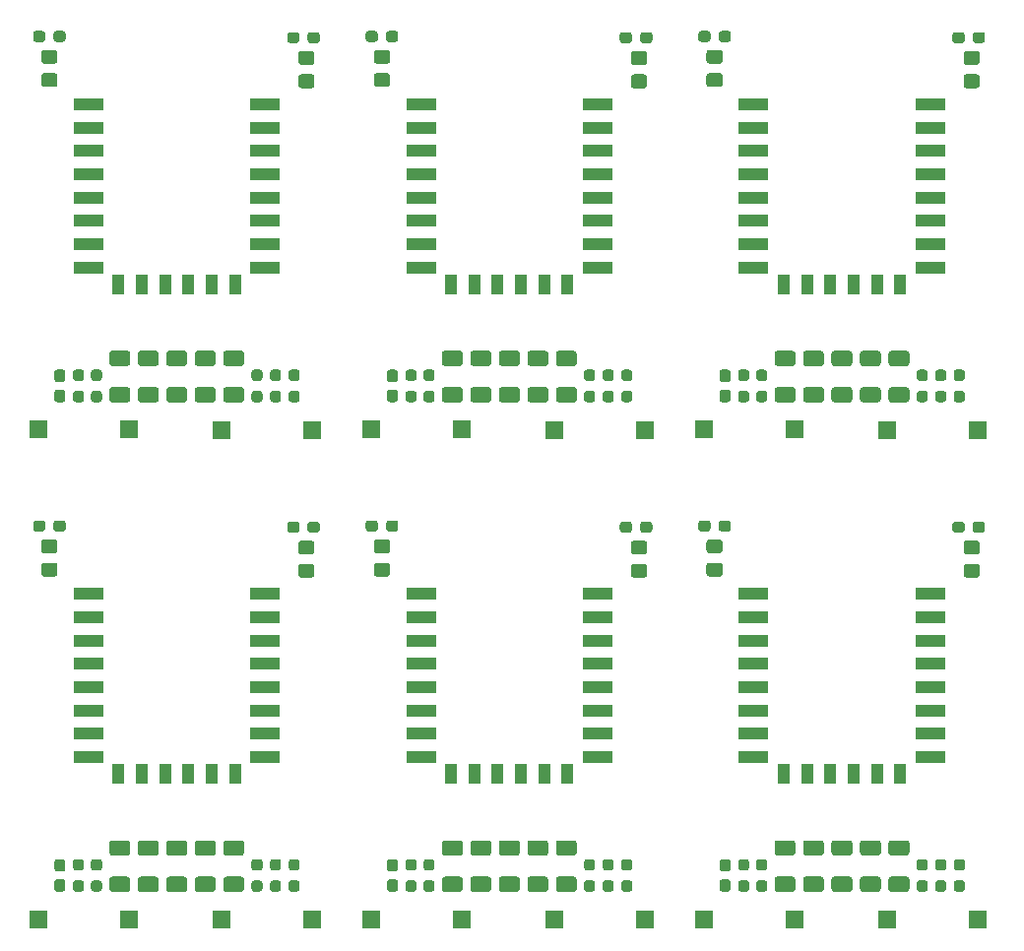
<source format=gbr>
%TF.GenerationSoftware,KiCad,Pcbnew,5.1.9-73d0e3b20d~88~ubuntu18.04.1*%
%TF.CreationDate,2021-11-28T02:45:39+02:00*%
%TF.ProjectId,ESP8266-Breakout-panel,45535038-3236-4362-9d42-7265616b6f75,rev?*%
%TF.SameCoordinates,Original*%
%TF.FileFunction,Paste,Top*%
%TF.FilePolarity,Positive*%
%FSLAX46Y46*%
G04 Gerber Fmt 4.6, Leading zero omitted, Abs format (unit mm)*
G04 Created by KiCad (PCBNEW 5.1.9-73d0e3b20d~88~ubuntu18.04.1) date 2021-11-28 02:45:39*
%MOMM*%
%LPD*%
G01*
G04 APERTURE LIST*
%ADD10R,1.500000X1.500000*%
%ADD11R,2.500000X1.000000*%
%ADD12R,1.000000X1.800000*%
G04 APERTURE END LIST*
%TO.C,C501*%
G36*
G01*
X169712500Y-130275000D02*
X170187500Y-130275000D01*
G75*
G02*
X170425000Y-130512500I0J-237500D01*
G01*
X170425000Y-131112500D01*
G75*
G02*
X170187500Y-131350000I-237500J0D01*
G01*
X169712500Y-131350000D01*
G75*
G02*
X169475000Y-131112500I0J237500D01*
G01*
X169475000Y-130512500D01*
G75*
G02*
X169712500Y-130275000I237500J0D01*
G01*
G37*
G36*
G01*
X169712500Y-128550000D02*
X170187500Y-128550000D01*
G75*
G02*
X170425000Y-128787500I0J-237500D01*
G01*
X170425000Y-129387500D01*
G75*
G02*
X170187500Y-129625000I-237500J0D01*
G01*
X169712500Y-129625000D01*
G75*
G02*
X169475000Y-129387500I0J237500D01*
G01*
X169475000Y-128787500D01*
G75*
G02*
X169712500Y-128550000I237500J0D01*
G01*
G37*
%TD*%
%TO.C,C501*%
G36*
G01*
X141112500Y-130275000D02*
X141587500Y-130275000D01*
G75*
G02*
X141825000Y-130512500I0J-237500D01*
G01*
X141825000Y-131112500D01*
G75*
G02*
X141587500Y-131350000I-237500J0D01*
G01*
X141112500Y-131350000D01*
G75*
G02*
X140875000Y-131112500I0J237500D01*
G01*
X140875000Y-130512500D01*
G75*
G02*
X141112500Y-130275000I237500J0D01*
G01*
G37*
G36*
G01*
X141112500Y-128550000D02*
X141587500Y-128550000D01*
G75*
G02*
X141825000Y-128787500I0J-237500D01*
G01*
X141825000Y-129387500D01*
G75*
G02*
X141587500Y-129625000I-237500J0D01*
G01*
X141112500Y-129625000D01*
G75*
G02*
X140875000Y-129387500I0J237500D01*
G01*
X140875000Y-128787500D01*
G75*
G02*
X141112500Y-128550000I237500J0D01*
G01*
G37*
%TD*%
%TO.C,C501*%
G36*
G01*
X112512500Y-130275000D02*
X112987500Y-130275000D01*
G75*
G02*
X113225000Y-130512500I0J-237500D01*
G01*
X113225000Y-131112500D01*
G75*
G02*
X112987500Y-131350000I-237500J0D01*
G01*
X112512500Y-131350000D01*
G75*
G02*
X112275000Y-131112500I0J237500D01*
G01*
X112275000Y-130512500D01*
G75*
G02*
X112512500Y-130275000I237500J0D01*
G01*
G37*
G36*
G01*
X112512500Y-128550000D02*
X112987500Y-128550000D01*
G75*
G02*
X113225000Y-128787500I0J-237500D01*
G01*
X113225000Y-129387500D01*
G75*
G02*
X112987500Y-129625000I-237500J0D01*
G01*
X112512500Y-129625000D01*
G75*
G02*
X112275000Y-129387500I0J237500D01*
G01*
X112275000Y-128787500D01*
G75*
G02*
X112512500Y-128550000I237500J0D01*
G01*
G37*
%TD*%
%TO.C,C501*%
G36*
G01*
X169712500Y-88175000D02*
X170187500Y-88175000D01*
G75*
G02*
X170425000Y-88412500I0J-237500D01*
G01*
X170425000Y-89012500D01*
G75*
G02*
X170187500Y-89250000I-237500J0D01*
G01*
X169712500Y-89250000D01*
G75*
G02*
X169475000Y-89012500I0J237500D01*
G01*
X169475000Y-88412500D01*
G75*
G02*
X169712500Y-88175000I237500J0D01*
G01*
G37*
G36*
G01*
X169712500Y-86450000D02*
X170187500Y-86450000D01*
G75*
G02*
X170425000Y-86687500I0J-237500D01*
G01*
X170425000Y-87287500D01*
G75*
G02*
X170187500Y-87525000I-237500J0D01*
G01*
X169712500Y-87525000D01*
G75*
G02*
X169475000Y-87287500I0J237500D01*
G01*
X169475000Y-86687500D01*
G75*
G02*
X169712500Y-86450000I237500J0D01*
G01*
G37*
%TD*%
%TO.C,C501*%
G36*
G01*
X141112500Y-88175000D02*
X141587500Y-88175000D01*
G75*
G02*
X141825000Y-88412500I0J-237500D01*
G01*
X141825000Y-89012500D01*
G75*
G02*
X141587500Y-89250000I-237500J0D01*
G01*
X141112500Y-89250000D01*
G75*
G02*
X140875000Y-89012500I0J237500D01*
G01*
X140875000Y-88412500D01*
G75*
G02*
X141112500Y-88175000I237500J0D01*
G01*
G37*
G36*
G01*
X141112500Y-86450000D02*
X141587500Y-86450000D01*
G75*
G02*
X141825000Y-86687500I0J-237500D01*
G01*
X141825000Y-87287500D01*
G75*
G02*
X141587500Y-87525000I-237500J0D01*
G01*
X141112500Y-87525000D01*
G75*
G02*
X140875000Y-87287500I0J237500D01*
G01*
X140875000Y-86687500D01*
G75*
G02*
X141112500Y-86450000I237500J0D01*
G01*
G37*
%TD*%
%TO.C,C103*%
G36*
G01*
X181799998Y-130050000D02*
X183100002Y-130050000D01*
G75*
G02*
X183350000Y-130299998I0J-249998D01*
G01*
X183350000Y-131125002D01*
G75*
G02*
X183100002Y-131375000I-249998J0D01*
G01*
X181799998Y-131375000D01*
G75*
G02*
X181550000Y-131125002I0J249998D01*
G01*
X181550000Y-130299998D01*
G75*
G02*
X181799998Y-130050000I249998J0D01*
G01*
G37*
G36*
G01*
X181799998Y-126925000D02*
X183100002Y-126925000D01*
G75*
G02*
X183350000Y-127174998I0J-249998D01*
G01*
X183350000Y-128000002D01*
G75*
G02*
X183100002Y-128250000I-249998J0D01*
G01*
X181799998Y-128250000D01*
G75*
G02*
X181550000Y-128000002I0J249998D01*
G01*
X181550000Y-127174998D01*
G75*
G02*
X181799998Y-126925000I249998J0D01*
G01*
G37*
%TD*%
%TO.C,C103*%
G36*
G01*
X153199998Y-130050000D02*
X154500002Y-130050000D01*
G75*
G02*
X154750000Y-130299998I0J-249998D01*
G01*
X154750000Y-131125002D01*
G75*
G02*
X154500002Y-131375000I-249998J0D01*
G01*
X153199998Y-131375000D01*
G75*
G02*
X152950000Y-131125002I0J249998D01*
G01*
X152950000Y-130299998D01*
G75*
G02*
X153199998Y-130050000I249998J0D01*
G01*
G37*
G36*
G01*
X153199998Y-126925000D02*
X154500002Y-126925000D01*
G75*
G02*
X154750000Y-127174998I0J-249998D01*
G01*
X154750000Y-128000002D01*
G75*
G02*
X154500002Y-128250000I-249998J0D01*
G01*
X153199998Y-128250000D01*
G75*
G02*
X152950000Y-128000002I0J249998D01*
G01*
X152950000Y-127174998D01*
G75*
G02*
X153199998Y-126925000I249998J0D01*
G01*
G37*
%TD*%
%TO.C,C103*%
G36*
G01*
X124599998Y-130050000D02*
X125900002Y-130050000D01*
G75*
G02*
X126150000Y-130299998I0J-249998D01*
G01*
X126150000Y-131125002D01*
G75*
G02*
X125900002Y-131375000I-249998J0D01*
G01*
X124599998Y-131375000D01*
G75*
G02*
X124350000Y-131125002I0J249998D01*
G01*
X124350000Y-130299998D01*
G75*
G02*
X124599998Y-130050000I249998J0D01*
G01*
G37*
G36*
G01*
X124599998Y-126925000D02*
X125900002Y-126925000D01*
G75*
G02*
X126150000Y-127174998I0J-249998D01*
G01*
X126150000Y-128000002D01*
G75*
G02*
X125900002Y-128250000I-249998J0D01*
G01*
X124599998Y-128250000D01*
G75*
G02*
X124350000Y-128000002I0J249998D01*
G01*
X124350000Y-127174998D01*
G75*
G02*
X124599998Y-126925000I249998J0D01*
G01*
G37*
%TD*%
%TO.C,C103*%
G36*
G01*
X181799998Y-87950000D02*
X183100002Y-87950000D01*
G75*
G02*
X183350000Y-88199998I0J-249998D01*
G01*
X183350000Y-89025002D01*
G75*
G02*
X183100002Y-89275000I-249998J0D01*
G01*
X181799998Y-89275000D01*
G75*
G02*
X181550000Y-89025002I0J249998D01*
G01*
X181550000Y-88199998D01*
G75*
G02*
X181799998Y-87950000I249998J0D01*
G01*
G37*
G36*
G01*
X181799998Y-84825000D02*
X183100002Y-84825000D01*
G75*
G02*
X183350000Y-85074998I0J-249998D01*
G01*
X183350000Y-85900002D01*
G75*
G02*
X183100002Y-86150000I-249998J0D01*
G01*
X181799998Y-86150000D01*
G75*
G02*
X181550000Y-85900002I0J249998D01*
G01*
X181550000Y-85074998D01*
G75*
G02*
X181799998Y-84825000I249998J0D01*
G01*
G37*
%TD*%
%TO.C,C103*%
G36*
G01*
X153199998Y-87950000D02*
X154500002Y-87950000D01*
G75*
G02*
X154750000Y-88199998I0J-249998D01*
G01*
X154750000Y-89025002D01*
G75*
G02*
X154500002Y-89275000I-249998J0D01*
G01*
X153199998Y-89275000D01*
G75*
G02*
X152950000Y-89025002I0J249998D01*
G01*
X152950000Y-88199998D01*
G75*
G02*
X153199998Y-87950000I249998J0D01*
G01*
G37*
G36*
G01*
X153199998Y-84825000D02*
X154500002Y-84825000D01*
G75*
G02*
X154750000Y-85074998I0J-249998D01*
G01*
X154750000Y-85900002D01*
G75*
G02*
X154500002Y-86150000I-249998J0D01*
G01*
X153199998Y-86150000D01*
G75*
G02*
X152950000Y-85900002I0J249998D01*
G01*
X152950000Y-85074998D01*
G75*
G02*
X153199998Y-84825000I249998J0D01*
G01*
G37*
%TD*%
%TO.C,R501*%
G36*
G01*
X186662500Y-130375000D02*
X187137500Y-130375000D01*
G75*
G02*
X187375000Y-130612500I0J-237500D01*
G01*
X187375000Y-131112500D01*
G75*
G02*
X187137500Y-131350000I-237500J0D01*
G01*
X186662500Y-131350000D01*
G75*
G02*
X186425000Y-131112500I0J237500D01*
G01*
X186425000Y-130612500D01*
G75*
G02*
X186662500Y-130375000I237500J0D01*
G01*
G37*
G36*
G01*
X186662500Y-128550000D02*
X187137500Y-128550000D01*
G75*
G02*
X187375000Y-128787500I0J-237500D01*
G01*
X187375000Y-129287500D01*
G75*
G02*
X187137500Y-129525000I-237500J0D01*
G01*
X186662500Y-129525000D01*
G75*
G02*
X186425000Y-129287500I0J237500D01*
G01*
X186425000Y-128787500D01*
G75*
G02*
X186662500Y-128550000I237500J0D01*
G01*
G37*
%TD*%
%TO.C,R501*%
G36*
G01*
X158062500Y-130375000D02*
X158537500Y-130375000D01*
G75*
G02*
X158775000Y-130612500I0J-237500D01*
G01*
X158775000Y-131112500D01*
G75*
G02*
X158537500Y-131350000I-237500J0D01*
G01*
X158062500Y-131350000D01*
G75*
G02*
X157825000Y-131112500I0J237500D01*
G01*
X157825000Y-130612500D01*
G75*
G02*
X158062500Y-130375000I237500J0D01*
G01*
G37*
G36*
G01*
X158062500Y-128550000D02*
X158537500Y-128550000D01*
G75*
G02*
X158775000Y-128787500I0J-237500D01*
G01*
X158775000Y-129287500D01*
G75*
G02*
X158537500Y-129525000I-237500J0D01*
G01*
X158062500Y-129525000D01*
G75*
G02*
X157825000Y-129287500I0J237500D01*
G01*
X157825000Y-128787500D01*
G75*
G02*
X158062500Y-128550000I237500J0D01*
G01*
G37*
%TD*%
%TO.C,R501*%
G36*
G01*
X129462500Y-130375000D02*
X129937500Y-130375000D01*
G75*
G02*
X130175000Y-130612500I0J-237500D01*
G01*
X130175000Y-131112500D01*
G75*
G02*
X129937500Y-131350000I-237500J0D01*
G01*
X129462500Y-131350000D01*
G75*
G02*
X129225000Y-131112500I0J237500D01*
G01*
X129225000Y-130612500D01*
G75*
G02*
X129462500Y-130375000I237500J0D01*
G01*
G37*
G36*
G01*
X129462500Y-128550000D02*
X129937500Y-128550000D01*
G75*
G02*
X130175000Y-128787500I0J-237500D01*
G01*
X130175000Y-129287500D01*
G75*
G02*
X129937500Y-129525000I-237500J0D01*
G01*
X129462500Y-129525000D01*
G75*
G02*
X129225000Y-129287500I0J237500D01*
G01*
X129225000Y-128787500D01*
G75*
G02*
X129462500Y-128550000I237500J0D01*
G01*
G37*
%TD*%
%TO.C,R501*%
G36*
G01*
X186662500Y-88275000D02*
X187137500Y-88275000D01*
G75*
G02*
X187375000Y-88512500I0J-237500D01*
G01*
X187375000Y-89012500D01*
G75*
G02*
X187137500Y-89250000I-237500J0D01*
G01*
X186662500Y-89250000D01*
G75*
G02*
X186425000Y-89012500I0J237500D01*
G01*
X186425000Y-88512500D01*
G75*
G02*
X186662500Y-88275000I237500J0D01*
G01*
G37*
G36*
G01*
X186662500Y-86450000D02*
X187137500Y-86450000D01*
G75*
G02*
X187375000Y-86687500I0J-237500D01*
G01*
X187375000Y-87187500D01*
G75*
G02*
X187137500Y-87425000I-237500J0D01*
G01*
X186662500Y-87425000D01*
G75*
G02*
X186425000Y-87187500I0J237500D01*
G01*
X186425000Y-86687500D01*
G75*
G02*
X186662500Y-86450000I237500J0D01*
G01*
G37*
%TD*%
%TO.C,R501*%
G36*
G01*
X158062500Y-88275000D02*
X158537500Y-88275000D01*
G75*
G02*
X158775000Y-88512500I0J-237500D01*
G01*
X158775000Y-89012500D01*
G75*
G02*
X158537500Y-89250000I-237500J0D01*
G01*
X158062500Y-89250000D01*
G75*
G02*
X157825000Y-89012500I0J237500D01*
G01*
X157825000Y-88512500D01*
G75*
G02*
X158062500Y-88275000I237500J0D01*
G01*
G37*
G36*
G01*
X158062500Y-86450000D02*
X158537500Y-86450000D01*
G75*
G02*
X158775000Y-86687500I0J-237500D01*
G01*
X158775000Y-87187500D01*
G75*
G02*
X158537500Y-87425000I-237500J0D01*
G01*
X158062500Y-87425000D01*
G75*
G02*
X157825000Y-87187500I0J237500D01*
G01*
X157825000Y-86687500D01*
G75*
G02*
X158062500Y-86450000I237500J0D01*
G01*
G37*
%TD*%
%TO.C,C101*%
G36*
G01*
X176899998Y-130050000D02*
X178200002Y-130050000D01*
G75*
G02*
X178450000Y-130299998I0J-249998D01*
G01*
X178450000Y-131125002D01*
G75*
G02*
X178200002Y-131375000I-249998J0D01*
G01*
X176899998Y-131375000D01*
G75*
G02*
X176650000Y-131125002I0J249998D01*
G01*
X176650000Y-130299998D01*
G75*
G02*
X176899998Y-130050000I249998J0D01*
G01*
G37*
G36*
G01*
X176899998Y-126925000D02*
X178200002Y-126925000D01*
G75*
G02*
X178450000Y-127174998I0J-249998D01*
G01*
X178450000Y-128000002D01*
G75*
G02*
X178200002Y-128250000I-249998J0D01*
G01*
X176899998Y-128250000D01*
G75*
G02*
X176650000Y-128000002I0J249998D01*
G01*
X176650000Y-127174998D01*
G75*
G02*
X176899998Y-126925000I249998J0D01*
G01*
G37*
%TD*%
%TO.C,C101*%
G36*
G01*
X148299998Y-130050000D02*
X149600002Y-130050000D01*
G75*
G02*
X149850000Y-130299998I0J-249998D01*
G01*
X149850000Y-131125002D01*
G75*
G02*
X149600002Y-131375000I-249998J0D01*
G01*
X148299998Y-131375000D01*
G75*
G02*
X148050000Y-131125002I0J249998D01*
G01*
X148050000Y-130299998D01*
G75*
G02*
X148299998Y-130050000I249998J0D01*
G01*
G37*
G36*
G01*
X148299998Y-126925000D02*
X149600002Y-126925000D01*
G75*
G02*
X149850000Y-127174998I0J-249998D01*
G01*
X149850000Y-128000002D01*
G75*
G02*
X149600002Y-128250000I-249998J0D01*
G01*
X148299998Y-128250000D01*
G75*
G02*
X148050000Y-128000002I0J249998D01*
G01*
X148050000Y-127174998D01*
G75*
G02*
X148299998Y-126925000I249998J0D01*
G01*
G37*
%TD*%
%TO.C,C101*%
G36*
G01*
X119699998Y-130050000D02*
X121000002Y-130050000D01*
G75*
G02*
X121250000Y-130299998I0J-249998D01*
G01*
X121250000Y-131125002D01*
G75*
G02*
X121000002Y-131375000I-249998J0D01*
G01*
X119699998Y-131375000D01*
G75*
G02*
X119450000Y-131125002I0J249998D01*
G01*
X119450000Y-130299998D01*
G75*
G02*
X119699998Y-130050000I249998J0D01*
G01*
G37*
G36*
G01*
X119699998Y-126925000D02*
X121000002Y-126925000D01*
G75*
G02*
X121250000Y-127174998I0J-249998D01*
G01*
X121250000Y-128000002D01*
G75*
G02*
X121000002Y-128250000I-249998J0D01*
G01*
X119699998Y-128250000D01*
G75*
G02*
X119450000Y-128000002I0J249998D01*
G01*
X119450000Y-127174998D01*
G75*
G02*
X119699998Y-126925000I249998J0D01*
G01*
G37*
%TD*%
%TO.C,C101*%
G36*
G01*
X176899998Y-87950000D02*
X178200002Y-87950000D01*
G75*
G02*
X178450000Y-88199998I0J-249998D01*
G01*
X178450000Y-89025002D01*
G75*
G02*
X178200002Y-89275000I-249998J0D01*
G01*
X176899998Y-89275000D01*
G75*
G02*
X176650000Y-89025002I0J249998D01*
G01*
X176650000Y-88199998D01*
G75*
G02*
X176899998Y-87950000I249998J0D01*
G01*
G37*
G36*
G01*
X176899998Y-84825000D02*
X178200002Y-84825000D01*
G75*
G02*
X178450000Y-85074998I0J-249998D01*
G01*
X178450000Y-85900002D01*
G75*
G02*
X178200002Y-86150000I-249998J0D01*
G01*
X176899998Y-86150000D01*
G75*
G02*
X176650000Y-85900002I0J249998D01*
G01*
X176650000Y-85074998D01*
G75*
G02*
X176899998Y-84825000I249998J0D01*
G01*
G37*
%TD*%
%TO.C,C101*%
G36*
G01*
X148299998Y-87950000D02*
X149600002Y-87950000D01*
G75*
G02*
X149850000Y-88199998I0J-249998D01*
G01*
X149850000Y-89025002D01*
G75*
G02*
X149600002Y-89275000I-249998J0D01*
G01*
X148299998Y-89275000D01*
G75*
G02*
X148050000Y-89025002I0J249998D01*
G01*
X148050000Y-88199998D01*
G75*
G02*
X148299998Y-87950000I249998J0D01*
G01*
G37*
G36*
G01*
X148299998Y-84825000D02*
X149600002Y-84825000D01*
G75*
G02*
X149850000Y-85074998I0J-249998D01*
G01*
X149850000Y-85900002D01*
G75*
G02*
X149600002Y-86150000I-249998J0D01*
G01*
X148299998Y-86150000D01*
G75*
G02*
X148050000Y-85900002I0J249998D01*
G01*
X148050000Y-85074998D01*
G75*
G02*
X148299998Y-84825000I249998J0D01*
G01*
G37*
%TD*%
%TO.C,R502*%
G36*
G01*
X172862500Y-130375000D02*
X173337500Y-130375000D01*
G75*
G02*
X173575000Y-130612500I0J-237500D01*
G01*
X173575000Y-131112500D01*
G75*
G02*
X173337500Y-131350000I-237500J0D01*
G01*
X172862500Y-131350000D01*
G75*
G02*
X172625000Y-131112500I0J237500D01*
G01*
X172625000Y-130612500D01*
G75*
G02*
X172862500Y-130375000I237500J0D01*
G01*
G37*
G36*
G01*
X172862500Y-128550000D02*
X173337500Y-128550000D01*
G75*
G02*
X173575000Y-128787500I0J-237500D01*
G01*
X173575000Y-129287500D01*
G75*
G02*
X173337500Y-129525000I-237500J0D01*
G01*
X172862500Y-129525000D01*
G75*
G02*
X172625000Y-129287500I0J237500D01*
G01*
X172625000Y-128787500D01*
G75*
G02*
X172862500Y-128550000I237500J0D01*
G01*
G37*
%TD*%
%TO.C,R502*%
G36*
G01*
X144262500Y-130375000D02*
X144737500Y-130375000D01*
G75*
G02*
X144975000Y-130612500I0J-237500D01*
G01*
X144975000Y-131112500D01*
G75*
G02*
X144737500Y-131350000I-237500J0D01*
G01*
X144262500Y-131350000D01*
G75*
G02*
X144025000Y-131112500I0J237500D01*
G01*
X144025000Y-130612500D01*
G75*
G02*
X144262500Y-130375000I237500J0D01*
G01*
G37*
G36*
G01*
X144262500Y-128550000D02*
X144737500Y-128550000D01*
G75*
G02*
X144975000Y-128787500I0J-237500D01*
G01*
X144975000Y-129287500D01*
G75*
G02*
X144737500Y-129525000I-237500J0D01*
G01*
X144262500Y-129525000D01*
G75*
G02*
X144025000Y-129287500I0J237500D01*
G01*
X144025000Y-128787500D01*
G75*
G02*
X144262500Y-128550000I237500J0D01*
G01*
G37*
%TD*%
%TO.C,R502*%
G36*
G01*
X115662500Y-130375000D02*
X116137500Y-130375000D01*
G75*
G02*
X116375000Y-130612500I0J-237500D01*
G01*
X116375000Y-131112500D01*
G75*
G02*
X116137500Y-131350000I-237500J0D01*
G01*
X115662500Y-131350000D01*
G75*
G02*
X115425000Y-131112500I0J237500D01*
G01*
X115425000Y-130612500D01*
G75*
G02*
X115662500Y-130375000I237500J0D01*
G01*
G37*
G36*
G01*
X115662500Y-128550000D02*
X116137500Y-128550000D01*
G75*
G02*
X116375000Y-128787500I0J-237500D01*
G01*
X116375000Y-129287500D01*
G75*
G02*
X116137500Y-129525000I-237500J0D01*
G01*
X115662500Y-129525000D01*
G75*
G02*
X115425000Y-129287500I0J237500D01*
G01*
X115425000Y-128787500D01*
G75*
G02*
X115662500Y-128550000I237500J0D01*
G01*
G37*
%TD*%
%TO.C,R502*%
G36*
G01*
X172862500Y-88275000D02*
X173337500Y-88275000D01*
G75*
G02*
X173575000Y-88512500I0J-237500D01*
G01*
X173575000Y-89012500D01*
G75*
G02*
X173337500Y-89250000I-237500J0D01*
G01*
X172862500Y-89250000D01*
G75*
G02*
X172625000Y-89012500I0J237500D01*
G01*
X172625000Y-88512500D01*
G75*
G02*
X172862500Y-88275000I237500J0D01*
G01*
G37*
G36*
G01*
X172862500Y-86450000D02*
X173337500Y-86450000D01*
G75*
G02*
X173575000Y-86687500I0J-237500D01*
G01*
X173575000Y-87187500D01*
G75*
G02*
X173337500Y-87425000I-237500J0D01*
G01*
X172862500Y-87425000D01*
G75*
G02*
X172625000Y-87187500I0J237500D01*
G01*
X172625000Y-86687500D01*
G75*
G02*
X172862500Y-86450000I237500J0D01*
G01*
G37*
%TD*%
%TO.C,R502*%
G36*
G01*
X144262500Y-88275000D02*
X144737500Y-88275000D01*
G75*
G02*
X144975000Y-88512500I0J-237500D01*
G01*
X144975000Y-89012500D01*
G75*
G02*
X144737500Y-89250000I-237500J0D01*
G01*
X144262500Y-89250000D01*
G75*
G02*
X144025000Y-89012500I0J237500D01*
G01*
X144025000Y-88512500D01*
G75*
G02*
X144262500Y-88275000I237500J0D01*
G01*
G37*
G36*
G01*
X144262500Y-86450000D02*
X144737500Y-86450000D01*
G75*
G02*
X144975000Y-86687500I0J-237500D01*
G01*
X144975000Y-87187500D01*
G75*
G02*
X144737500Y-87425000I-237500J0D01*
G01*
X144262500Y-87425000D01*
G75*
G02*
X144025000Y-87187500I0J237500D01*
G01*
X144025000Y-86687500D01*
G75*
G02*
X144262500Y-86450000I237500J0D01*
G01*
G37*
%TD*%
%TO.C,C104*%
G36*
G01*
X184249998Y-130050000D02*
X185550002Y-130050000D01*
G75*
G02*
X185800000Y-130299998I0J-249998D01*
G01*
X185800000Y-131125002D01*
G75*
G02*
X185550002Y-131375000I-249998J0D01*
G01*
X184249998Y-131375000D01*
G75*
G02*
X184000000Y-131125002I0J249998D01*
G01*
X184000000Y-130299998D01*
G75*
G02*
X184249998Y-130050000I249998J0D01*
G01*
G37*
G36*
G01*
X184249998Y-126925000D02*
X185550002Y-126925000D01*
G75*
G02*
X185800000Y-127174998I0J-249998D01*
G01*
X185800000Y-128000002D01*
G75*
G02*
X185550002Y-128250000I-249998J0D01*
G01*
X184249998Y-128250000D01*
G75*
G02*
X184000000Y-128000002I0J249998D01*
G01*
X184000000Y-127174998D01*
G75*
G02*
X184249998Y-126925000I249998J0D01*
G01*
G37*
%TD*%
%TO.C,C104*%
G36*
G01*
X155649998Y-130050000D02*
X156950002Y-130050000D01*
G75*
G02*
X157200000Y-130299998I0J-249998D01*
G01*
X157200000Y-131125002D01*
G75*
G02*
X156950002Y-131375000I-249998J0D01*
G01*
X155649998Y-131375000D01*
G75*
G02*
X155400000Y-131125002I0J249998D01*
G01*
X155400000Y-130299998D01*
G75*
G02*
X155649998Y-130050000I249998J0D01*
G01*
G37*
G36*
G01*
X155649998Y-126925000D02*
X156950002Y-126925000D01*
G75*
G02*
X157200000Y-127174998I0J-249998D01*
G01*
X157200000Y-128000002D01*
G75*
G02*
X156950002Y-128250000I-249998J0D01*
G01*
X155649998Y-128250000D01*
G75*
G02*
X155400000Y-128000002I0J249998D01*
G01*
X155400000Y-127174998D01*
G75*
G02*
X155649998Y-126925000I249998J0D01*
G01*
G37*
%TD*%
%TO.C,C104*%
G36*
G01*
X127049998Y-130050000D02*
X128350002Y-130050000D01*
G75*
G02*
X128600000Y-130299998I0J-249998D01*
G01*
X128600000Y-131125002D01*
G75*
G02*
X128350002Y-131375000I-249998J0D01*
G01*
X127049998Y-131375000D01*
G75*
G02*
X126800000Y-131125002I0J249998D01*
G01*
X126800000Y-130299998D01*
G75*
G02*
X127049998Y-130050000I249998J0D01*
G01*
G37*
G36*
G01*
X127049998Y-126925000D02*
X128350002Y-126925000D01*
G75*
G02*
X128600000Y-127174998I0J-249998D01*
G01*
X128600000Y-128000002D01*
G75*
G02*
X128350002Y-128250000I-249998J0D01*
G01*
X127049998Y-128250000D01*
G75*
G02*
X126800000Y-128000002I0J249998D01*
G01*
X126800000Y-127174998D01*
G75*
G02*
X127049998Y-126925000I249998J0D01*
G01*
G37*
%TD*%
%TO.C,C104*%
G36*
G01*
X184249998Y-87950000D02*
X185550002Y-87950000D01*
G75*
G02*
X185800000Y-88199998I0J-249998D01*
G01*
X185800000Y-89025002D01*
G75*
G02*
X185550002Y-89275000I-249998J0D01*
G01*
X184249998Y-89275000D01*
G75*
G02*
X184000000Y-89025002I0J249998D01*
G01*
X184000000Y-88199998D01*
G75*
G02*
X184249998Y-87950000I249998J0D01*
G01*
G37*
G36*
G01*
X184249998Y-84825000D02*
X185550002Y-84825000D01*
G75*
G02*
X185800000Y-85074998I0J-249998D01*
G01*
X185800000Y-85900002D01*
G75*
G02*
X185550002Y-86150000I-249998J0D01*
G01*
X184249998Y-86150000D01*
G75*
G02*
X184000000Y-85900002I0J249998D01*
G01*
X184000000Y-85074998D01*
G75*
G02*
X184249998Y-84825000I249998J0D01*
G01*
G37*
%TD*%
%TO.C,C104*%
G36*
G01*
X155649998Y-87950000D02*
X156950002Y-87950000D01*
G75*
G02*
X157200000Y-88199998I0J-249998D01*
G01*
X157200000Y-89025002D01*
G75*
G02*
X156950002Y-89275000I-249998J0D01*
G01*
X155649998Y-89275000D01*
G75*
G02*
X155400000Y-89025002I0J249998D01*
G01*
X155400000Y-88199998D01*
G75*
G02*
X155649998Y-87950000I249998J0D01*
G01*
G37*
G36*
G01*
X155649998Y-84825000D02*
X156950002Y-84825000D01*
G75*
G02*
X157200000Y-85074998I0J-249998D01*
G01*
X157200000Y-85900002D01*
G75*
G02*
X156950002Y-86150000I-249998J0D01*
G01*
X155649998Y-86150000D01*
G75*
G02*
X155400000Y-85900002I0J249998D01*
G01*
X155400000Y-85074998D01*
G75*
G02*
X155649998Y-84825000I249998J0D01*
G01*
G37*
%TD*%
%TO.C,R505*%
G36*
G01*
X188737500Y-129525000D02*
X188262500Y-129525000D01*
G75*
G02*
X188025000Y-129287500I0J237500D01*
G01*
X188025000Y-128787500D01*
G75*
G02*
X188262500Y-128550000I237500J0D01*
G01*
X188737500Y-128550000D01*
G75*
G02*
X188975000Y-128787500I0J-237500D01*
G01*
X188975000Y-129287500D01*
G75*
G02*
X188737500Y-129525000I-237500J0D01*
G01*
G37*
G36*
G01*
X188737500Y-131350000D02*
X188262500Y-131350000D01*
G75*
G02*
X188025000Y-131112500I0J237500D01*
G01*
X188025000Y-130612500D01*
G75*
G02*
X188262500Y-130375000I237500J0D01*
G01*
X188737500Y-130375000D01*
G75*
G02*
X188975000Y-130612500I0J-237500D01*
G01*
X188975000Y-131112500D01*
G75*
G02*
X188737500Y-131350000I-237500J0D01*
G01*
G37*
%TD*%
%TO.C,R505*%
G36*
G01*
X160137500Y-129525000D02*
X159662500Y-129525000D01*
G75*
G02*
X159425000Y-129287500I0J237500D01*
G01*
X159425000Y-128787500D01*
G75*
G02*
X159662500Y-128550000I237500J0D01*
G01*
X160137500Y-128550000D01*
G75*
G02*
X160375000Y-128787500I0J-237500D01*
G01*
X160375000Y-129287500D01*
G75*
G02*
X160137500Y-129525000I-237500J0D01*
G01*
G37*
G36*
G01*
X160137500Y-131350000D02*
X159662500Y-131350000D01*
G75*
G02*
X159425000Y-131112500I0J237500D01*
G01*
X159425000Y-130612500D01*
G75*
G02*
X159662500Y-130375000I237500J0D01*
G01*
X160137500Y-130375000D01*
G75*
G02*
X160375000Y-130612500I0J-237500D01*
G01*
X160375000Y-131112500D01*
G75*
G02*
X160137500Y-131350000I-237500J0D01*
G01*
G37*
%TD*%
%TO.C,R505*%
G36*
G01*
X131537500Y-129525000D02*
X131062500Y-129525000D01*
G75*
G02*
X130825000Y-129287500I0J237500D01*
G01*
X130825000Y-128787500D01*
G75*
G02*
X131062500Y-128550000I237500J0D01*
G01*
X131537500Y-128550000D01*
G75*
G02*
X131775000Y-128787500I0J-237500D01*
G01*
X131775000Y-129287500D01*
G75*
G02*
X131537500Y-129525000I-237500J0D01*
G01*
G37*
G36*
G01*
X131537500Y-131350000D02*
X131062500Y-131350000D01*
G75*
G02*
X130825000Y-131112500I0J237500D01*
G01*
X130825000Y-130612500D01*
G75*
G02*
X131062500Y-130375000I237500J0D01*
G01*
X131537500Y-130375000D01*
G75*
G02*
X131775000Y-130612500I0J-237500D01*
G01*
X131775000Y-131112500D01*
G75*
G02*
X131537500Y-131350000I-237500J0D01*
G01*
G37*
%TD*%
%TO.C,R505*%
G36*
G01*
X188737500Y-87425000D02*
X188262500Y-87425000D01*
G75*
G02*
X188025000Y-87187500I0J237500D01*
G01*
X188025000Y-86687500D01*
G75*
G02*
X188262500Y-86450000I237500J0D01*
G01*
X188737500Y-86450000D01*
G75*
G02*
X188975000Y-86687500I0J-237500D01*
G01*
X188975000Y-87187500D01*
G75*
G02*
X188737500Y-87425000I-237500J0D01*
G01*
G37*
G36*
G01*
X188737500Y-89250000D02*
X188262500Y-89250000D01*
G75*
G02*
X188025000Y-89012500I0J237500D01*
G01*
X188025000Y-88512500D01*
G75*
G02*
X188262500Y-88275000I237500J0D01*
G01*
X188737500Y-88275000D01*
G75*
G02*
X188975000Y-88512500I0J-237500D01*
G01*
X188975000Y-89012500D01*
G75*
G02*
X188737500Y-89250000I-237500J0D01*
G01*
G37*
%TD*%
%TO.C,R505*%
G36*
G01*
X160137500Y-87425000D02*
X159662500Y-87425000D01*
G75*
G02*
X159425000Y-87187500I0J237500D01*
G01*
X159425000Y-86687500D01*
G75*
G02*
X159662500Y-86450000I237500J0D01*
G01*
X160137500Y-86450000D01*
G75*
G02*
X160375000Y-86687500I0J-237500D01*
G01*
X160375000Y-87187500D01*
G75*
G02*
X160137500Y-87425000I-237500J0D01*
G01*
G37*
G36*
G01*
X160137500Y-89250000D02*
X159662500Y-89250000D01*
G75*
G02*
X159425000Y-89012500I0J237500D01*
G01*
X159425000Y-88512500D01*
G75*
G02*
X159662500Y-88275000I237500J0D01*
G01*
X160137500Y-88275000D01*
G75*
G02*
X160375000Y-88512500I0J-237500D01*
G01*
X160375000Y-89012500D01*
G75*
G02*
X160137500Y-89250000I-237500J0D01*
G01*
G37*
%TD*%
%TO.C,R507*%
G36*
G01*
X190699999Y-103150000D02*
X191600001Y-103150000D01*
G75*
G02*
X191850000Y-103399999I0J-249999D01*
G01*
X191850000Y-104100001D01*
G75*
G02*
X191600001Y-104350000I-249999J0D01*
G01*
X190699999Y-104350000D01*
G75*
G02*
X190450000Y-104100001I0J249999D01*
G01*
X190450000Y-103399999D01*
G75*
G02*
X190699999Y-103150000I249999J0D01*
G01*
G37*
G36*
G01*
X190699999Y-101150000D02*
X191600001Y-101150000D01*
G75*
G02*
X191850000Y-101399999I0J-249999D01*
G01*
X191850000Y-102100001D01*
G75*
G02*
X191600001Y-102350000I-249999J0D01*
G01*
X190699999Y-102350000D01*
G75*
G02*
X190450000Y-102100001I0J249999D01*
G01*
X190450000Y-101399999D01*
G75*
G02*
X190699999Y-101150000I249999J0D01*
G01*
G37*
%TD*%
%TO.C,R507*%
G36*
G01*
X162099999Y-103150000D02*
X163000001Y-103150000D01*
G75*
G02*
X163250000Y-103399999I0J-249999D01*
G01*
X163250000Y-104100001D01*
G75*
G02*
X163000001Y-104350000I-249999J0D01*
G01*
X162099999Y-104350000D01*
G75*
G02*
X161850000Y-104100001I0J249999D01*
G01*
X161850000Y-103399999D01*
G75*
G02*
X162099999Y-103150000I249999J0D01*
G01*
G37*
G36*
G01*
X162099999Y-101150000D02*
X163000001Y-101150000D01*
G75*
G02*
X163250000Y-101399999I0J-249999D01*
G01*
X163250000Y-102100001D01*
G75*
G02*
X163000001Y-102350000I-249999J0D01*
G01*
X162099999Y-102350000D01*
G75*
G02*
X161850000Y-102100001I0J249999D01*
G01*
X161850000Y-101399999D01*
G75*
G02*
X162099999Y-101150000I249999J0D01*
G01*
G37*
%TD*%
%TO.C,R507*%
G36*
G01*
X133499999Y-103150000D02*
X134400001Y-103150000D01*
G75*
G02*
X134650000Y-103399999I0J-249999D01*
G01*
X134650000Y-104100001D01*
G75*
G02*
X134400001Y-104350000I-249999J0D01*
G01*
X133499999Y-104350000D01*
G75*
G02*
X133250000Y-104100001I0J249999D01*
G01*
X133250000Y-103399999D01*
G75*
G02*
X133499999Y-103150000I249999J0D01*
G01*
G37*
G36*
G01*
X133499999Y-101150000D02*
X134400001Y-101150000D01*
G75*
G02*
X134650000Y-101399999I0J-249999D01*
G01*
X134650000Y-102100001D01*
G75*
G02*
X134400001Y-102350000I-249999J0D01*
G01*
X133499999Y-102350000D01*
G75*
G02*
X133250000Y-102100001I0J249999D01*
G01*
X133250000Y-101399999D01*
G75*
G02*
X133499999Y-101150000I249999J0D01*
G01*
G37*
%TD*%
%TO.C,R507*%
G36*
G01*
X190699999Y-61050000D02*
X191600001Y-61050000D01*
G75*
G02*
X191850000Y-61299999I0J-249999D01*
G01*
X191850000Y-62000001D01*
G75*
G02*
X191600001Y-62250000I-249999J0D01*
G01*
X190699999Y-62250000D01*
G75*
G02*
X190450000Y-62000001I0J249999D01*
G01*
X190450000Y-61299999D01*
G75*
G02*
X190699999Y-61050000I249999J0D01*
G01*
G37*
G36*
G01*
X190699999Y-59050000D02*
X191600001Y-59050000D01*
G75*
G02*
X191850000Y-59299999I0J-249999D01*
G01*
X191850000Y-60000001D01*
G75*
G02*
X191600001Y-60250000I-249999J0D01*
G01*
X190699999Y-60250000D01*
G75*
G02*
X190450000Y-60000001I0J249999D01*
G01*
X190450000Y-59299999D01*
G75*
G02*
X190699999Y-59050000I249999J0D01*
G01*
G37*
%TD*%
%TO.C,R507*%
G36*
G01*
X162099999Y-61050000D02*
X163000001Y-61050000D01*
G75*
G02*
X163250000Y-61299999I0J-249999D01*
G01*
X163250000Y-62000001D01*
G75*
G02*
X163000001Y-62250000I-249999J0D01*
G01*
X162099999Y-62250000D01*
G75*
G02*
X161850000Y-62000001I0J249999D01*
G01*
X161850000Y-61299999D01*
G75*
G02*
X162099999Y-61050000I249999J0D01*
G01*
G37*
G36*
G01*
X162099999Y-59050000D02*
X163000001Y-59050000D01*
G75*
G02*
X163250000Y-59299999I0J-249999D01*
G01*
X163250000Y-60000001D01*
G75*
G02*
X163000001Y-60250000I-249999J0D01*
G01*
X162099999Y-60250000D01*
G75*
G02*
X161850000Y-60000001I0J249999D01*
G01*
X161850000Y-59299999D01*
G75*
G02*
X162099999Y-59050000I249999J0D01*
G01*
G37*
%TD*%
%TO.C,C102*%
G36*
G01*
X174449998Y-130050000D02*
X175750002Y-130050000D01*
G75*
G02*
X176000000Y-130299998I0J-249998D01*
G01*
X176000000Y-131125002D01*
G75*
G02*
X175750002Y-131375000I-249998J0D01*
G01*
X174449998Y-131375000D01*
G75*
G02*
X174200000Y-131125002I0J249998D01*
G01*
X174200000Y-130299998D01*
G75*
G02*
X174449998Y-130050000I249998J0D01*
G01*
G37*
G36*
G01*
X174449998Y-126925000D02*
X175750002Y-126925000D01*
G75*
G02*
X176000000Y-127174998I0J-249998D01*
G01*
X176000000Y-128000002D01*
G75*
G02*
X175750002Y-128250000I-249998J0D01*
G01*
X174449998Y-128250000D01*
G75*
G02*
X174200000Y-128000002I0J249998D01*
G01*
X174200000Y-127174998D01*
G75*
G02*
X174449998Y-126925000I249998J0D01*
G01*
G37*
%TD*%
%TO.C,C102*%
G36*
G01*
X145849998Y-130050000D02*
X147150002Y-130050000D01*
G75*
G02*
X147400000Y-130299998I0J-249998D01*
G01*
X147400000Y-131125002D01*
G75*
G02*
X147150002Y-131375000I-249998J0D01*
G01*
X145849998Y-131375000D01*
G75*
G02*
X145600000Y-131125002I0J249998D01*
G01*
X145600000Y-130299998D01*
G75*
G02*
X145849998Y-130050000I249998J0D01*
G01*
G37*
G36*
G01*
X145849998Y-126925000D02*
X147150002Y-126925000D01*
G75*
G02*
X147400000Y-127174998I0J-249998D01*
G01*
X147400000Y-128000002D01*
G75*
G02*
X147150002Y-128250000I-249998J0D01*
G01*
X145849998Y-128250000D01*
G75*
G02*
X145600000Y-128000002I0J249998D01*
G01*
X145600000Y-127174998D01*
G75*
G02*
X145849998Y-126925000I249998J0D01*
G01*
G37*
%TD*%
%TO.C,C102*%
G36*
G01*
X117249998Y-130050000D02*
X118550002Y-130050000D01*
G75*
G02*
X118800000Y-130299998I0J-249998D01*
G01*
X118800000Y-131125002D01*
G75*
G02*
X118550002Y-131375000I-249998J0D01*
G01*
X117249998Y-131375000D01*
G75*
G02*
X117000000Y-131125002I0J249998D01*
G01*
X117000000Y-130299998D01*
G75*
G02*
X117249998Y-130050000I249998J0D01*
G01*
G37*
G36*
G01*
X117249998Y-126925000D02*
X118550002Y-126925000D01*
G75*
G02*
X118800000Y-127174998I0J-249998D01*
G01*
X118800000Y-128000002D01*
G75*
G02*
X118550002Y-128250000I-249998J0D01*
G01*
X117249998Y-128250000D01*
G75*
G02*
X117000000Y-128000002I0J249998D01*
G01*
X117000000Y-127174998D01*
G75*
G02*
X117249998Y-126925000I249998J0D01*
G01*
G37*
%TD*%
%TO.C,C102*%
G36*
G01*
X174449998Y-87950000D02*
X175750002Y-87950000D01*
G75*
G02*
X176000000Y-88199998I0J-249998D01*
G01*
X176000000Y-89025002D01*
G75*
G02*
X175750002Y-89275000I-249998J0D01*
G01*
X174449998Y-89275000D01*
G75*
G02*
X174200000Y-89025002I0J249998D01*
G01*
X174200000Y-88199998D01*
G75*
G02*
X174449998Y-87950000I249998J0D01*
G01*
G37*
G36*
G01*
X174449998Y-84825000D02*
X175750002Y-84825000D01*
G75*
G02*
X176000000Y-85074998I0J-249998D01*
G01*
X176000000Y-85900002D01*
G75*
G02*
X175750002Y-86150000I-249998J0D01*
G01*
X174449998Y-86150000D01*
G75*
G02*
X174200000Y-85900002I0J249998D01*
G01*
X174200000Y-85074998D01*
G75*
G02*
X174449998Y-84825000I249998J0D01*
G01*
G37*
%TD*%
%TO.C,C102*%
G36*
G01*
X145849998Y-87950000D02*
X147150002Y-87950000D01*
G75*
G02*
X147400000Y-88199998I0J-249998D01*
G01*
X147400000Y-89025002D01*
G75*
G02*
X147150002Y-89275000I-249998J0D01*
G01*
X145849998Y-89275000D01*
G75*
G02*
X145600000Y-89025002I0J249998D01*
G01*
X145600000Y-88199998D01*
G75*
G02*
X145849998Y-87950000I249998J0D01*
G01*
G37*
G36*
G01*
X145849998Y-84825000D02*
X147150002Y-84825000D01*
G75*
G02*
X147400000Y-85074998I0J-249998D01*
G01*
X147400000Y-85900002D01*
G75*
G02*
X147150002Y-86150000I-249998J0D01*
G01*
X145849998Y-86150000D01*
G75*
G02*
X145600000Y-85900002I0J249998D01*
G01*
X145600000Y-85074998D01*
G75*
G02*
X145849998Y-84825000I249998J0D01*
G01*
G37*
%TD*%
%TO.C,C502*%
G36*
G01*
X179349998Y-130050000D02*
X180650002Y-130050000D01*
G75*
G02*
X180900000Y-130299998I0J-249998D01*
G01*
X180900000Y-131125002D01*
G75*
G02*
X180650002Y-131375000I-249998J0D01*
G01*
X179349998Y-131375000D01*
G75*
G02*
X179100000Y-131125002I0J249998D01*
G01*
X179100000Y-130299998D01*
G75*
G02*
X179349998Y-130050000I249998J0D01*
G01*
G37*
G36*
G01*
X179349998Y-126925000D02*
X180650002Y-126925000D01*
G75*
G02*
X180900000Y-127174998I0J-249998D01*
G01*
X180900000Y-128000002D01*
G75*
G02*
X180650002Y-128250000I-249998J0D01*
G01*
X179349998Y-128250000D01*
G75*
G02*
X179100000Y-128000002I0J249998D01*
G01*
X179100000Y-127174998D01*
G75*
G02*
X179349998Y-126925000I249998J0D01*
G01*
G37*
%TD*%
%TO.C,C502*%
G36*
G01*
X150749998Y-130050000D02*
X152050002Y-130050000D01*
G75*
G02*
X152300000Y-130299998I0J-249998D01*
G01*
X152300000Y-131125002D01*
G75*
G02*
X152050002Y-131375000I-249998J0D01*
G01*
X150749998Y-131375000D01*
G75*
G02*
X150500000Y-131125002I0J249998D01*
G01*
X150500000Y-130299998D01*
G75*
G02*
X150749998Y-130050000I249998J0D01*
G01*
G37*
G36*
G01*
X150749998Y-126925000D02*
X152050002Y-126925000D01*
G75*
G02*
X152300000Y-127174998I0J-249998D01*
G01*
X152300000Y-128000002D01*
G75*
G02*
X152050002Y-128250000I-249998J0D01*
G01*
X150749998Y-128250000D01*
G75*
G02*
X150500000Y-128000002I0J249998D01*
G01*
X150500000Y-127174998D01*
G75*
G02*
X150749998Y-126925000I249998J0D01*
G01*
G37*
%TD*%
%TO.C,C502*%
G36*
G01*
X122149998Y-130050000D02*
X123450002Y-130050000D01*
G75*
G02*
X123700000Y-130299998I0J-249998D01*
G01*
X123700000Y-131125002D01*
G75*
G02*
X123450002Y-131375000I-249998J0D01*
G01*
X122149998Y-131375000D01*
G75*
G02*
X121900000Y-131125002I0J249998D01*
G01*
X121900000Y-130299998D01*
G75*
G02*
X122149998Y-130050000I249998J0D01*
G01*
G37*
G36*
G01*
X122149998Y-126925000D02*
X123450002Y-126925000D01*
G75*
G02*
X123700000Y-127174998I0J-249998D01*
G01*
X123700000Y-128000002D01*
G75*
G02*
X123450002Y-128250000I-249998J0D01*
G01*
X122149998Y-128250000D01*
G75*
G02*
X121900000Y-128000002I0J249998D01*
G01*
X121900000Y-127174998D01*
G75*
G02*
X122149998Y-126925000I249998J0D01*
G01*
G37*
%TD*%
%TO.C,C502*%
G36*
G01*
X179349998Y-87950000D02*
X180650002Y-87950000D01*
G75*
G02*
X180900000Y-88199998I0J-249998D01*
G01*
X180900000Y-89025002D01*
G75*
G02*
X180650002Y-89275000I-249998J0D01*
G01*
X179349998Y-89275000D01*
G75*
G02*
X179100000Y-89025002I0J249998D01*
G01*
X179100000Y-88199998D01*
G75*
G02*
X179349998Y-87950000I249998J0D01*
G01*
G37*
G36*
G01*
X179349998Y-84825000D02*
X180650002Y-84825000D01*
G75*
G02*
X180900000Y-85074998I0J-249998D01*
G01*
X180900000Y-85900002D01*
G75*
G02*
X180650002Y-86150000I-249998J0D01*
G01*
X179349998Y-86150000D01*
G75*
G02*
X179100000Y-85900002I0J249998D01*
G01*
X179100000Y-85074998D01*
G75*
G02*
X179349998Y-84825000I249998J0D01*
G01*
G37*
%TD*%
%TO.C,C502*%
G36*
G01*
X150749998Y-87950000D02*
X152050002Y-87950000D01*
G75*
G02*
X152300000Y-88199998I0J-249998D01*
G01*
X152300000Y-89025002D01*
G75*
G02*
X152050002Y-89275000I-249998J0D01*
G01*
X150749998Y-89275000D01*
G75*
G02*
X150500000Y-89025002I0J249998D01*
G01*
X150500000Y-88199998D01*
G75*
G02*
X150749998Y-87950000I249998J0D01*
G01*
G37*
G36*
G01*
X150749998Y-84825000D02*
X152050002Y-84825000D01*
G75*
G02*
X152300000Y-85074998I0J-249998D01*
G01*
X152300000Y-85900002D01*
G75*
G02*
X152050002Y-86150000I-249998J0D01*
G01*
X150749998Y-86150000D01*
G75*
G02*
X150500000Y-85900002I0J249998D01*
G01*
X150500000Y-85074998D01*
G75*
G02*
X150749998Y-84825000I249998J0D01*
G01*
G37*
%TD*%
%TO.C,R506*%
G36*
G01*
X190337500Y-129525000D02*
X189862500Y-129525000D01*
G75*
G02*
X189625000Y-129287500I0J237500D01*
G01*
X189625000Y-128787500D01*
G75*
G02*
X189862500Y-128550000I237500J0D01*
G01*
X190337500Y-128550000D01*
G75*
G02*
X190575000Y-128787500I0J-237500D01*
G01*
X190575000Y-129287500D01*
G75*
G02*
X190337500Y-129525000I-237500J0D01*
G01*
G37*
G36*
G01*
X190337500Y-131350000D02*
X189862500Y-131350000D01*
G75*
G02*
X189625000Y-131112500I0J237500D01*
G01*
X189625000Y-130612500D01*
G75*
G02*
X189862500Y-130375000I237500J0D01*
G01*
X190337500Y-130375000D01*
G75*
G02*
X190575000Y-130612500I0J-237500D01*
G01*
X190575000Y-131112500D01*
G75*
G02*
X190337500Y-131350000I-237500J0D01*
G01*
G37*
%TD*%
%TO.C,R506*%
G36*
G01*
X161737500Y-129525000D02*
X161262500Y-129525000D01*
G75*
G02*
X161025000Y-129287500I0J237500D01*
G01*
X161025000Y-128787500D01*
G75*
G02*
X161262500Y-128550000I237500J0D01*
G01*
X161737500Y-128550000D01*
G75*
G02*
X161975000Y-128787500I0J-237500D01*
G01*
X161975000Y-129287500D01*
G75*
G02*
X161737500Y-129525000I-237500J0D01*
G01*
G37*
G36*
G01*
X161737500Y-131350000D02*
X161262500Y-131350000D01*
G75*
G02*
X161025000Y-131112500I0J237500D01*
G01*
X161025000Y-130612500D01*
G75*
G02*
X161262500Y-130375000I237500J0D01*
G01*
X161737500Y-130375000D01*
G75*
G02*
X161975000Y-130612500I0J-237500D01*
G01*
X161975000Y-131112500D01*
G75*
G02*
X161737500Y-131350000I-237500J0D01*
G01*
G37*
%TD*%
%TO.C,R506*%
G36*
G01*
X133137500Y-129525000D02*
X132662500Y-129525000D01*
G75*
G02*
X132425000Y-129287500I0J237500D01*
G01*
X132425000Y-128787500D01*
G75*
G02*
X132662500Y-128550000I237500J0D01*
G01*
X133137500Y-128550000D01*
G75*
G02*
X133375000Y-128787500I0J-237500D01*
G01*
X133375000Y-129287500D01*
G75*
G02*
X133137500Y-129525000I-237500J0D01*
G01*
G37*
G36*
G01*
X133137500Y-131350000D02*
X132662500Y-131350000D01*
G75*
G02*
X132425000Y-131112500I0J237500D01*
G01*
X132425000Y-130612500D01*
G75*
G02*
X132662500Y-130375000I237500J0D01*
G01*
X133137500Y-130375000D01*
G75*
G02*
X133375000Y-130612500I0J-237500D01*
G01*
X133375000Y-131112500D01*
G75*
G02*
X133137500Y-131350000I-237500J0D01*
G01*
G37*
%TD*%
%TO.C,R506*%
G36*
G01*
X190337500Y-87425000D02*
X189862500Y-87425000D01*
G75*
G02*
X189625000Y-87187500I0J237500D01*
G01*
X189625000Y-86687500D01*
G75*
G02*
X189862500Y-86450000I237500J0D01*
G01*
X190337500Y-86450000D01*
G75*
G02*
X190575000Y-86687500I0J-237500D01*
G01*
X190575000Y-87187500D01*
G75*
G02*
X190337500Y-87425000I-237500J0D01*
G01*
G37*
G36*
G01*
X190337500Y-89250000D02*
X189862500Y-89250000D01*
G75*
G02*
X189625000Y-89012500I0J237500D01*
G01*
X189625000Y-88512500D01*
G75*
G02*
X189862500Y-88275000I237500J0D01*
G01*
X190337500Y-88275000D01*
G75*
G02*
X190575000Y-88512500I0J-237500D01*
G01*
X190575000Y-89012500D01*
G75*
G02*
X190337500Y-89250000I-237500J0D01*
G01*
G37*
%TD*%
%TO.C,R506*%
G36*
G01*
X161737500Y-87425000D02*
X161262500Y-87425000D01*
G75*
G02*
X161025000Y-87187500I0J237500D01*
G01*
X161025000Y-86687500D01*
G75*
G02*
X161262500Y-86450000I237500J0D01*
G01*
X161737500Y-86450000D01*
G75*
G02*
X161975000Y-86687500I0J-237500D01*
G01*
X161975000Y-87187500D01*
G75*
G02*
X161737500Y-87425000I-237500J0D01*
G01*
G37*
G36*
G01*
X161737500Y-89250000D02*
X161262500Y-89250000D01*
G75*
G02*
X161025000Y-89012500I0J237500D01*
G01*
X161025000Y-88512500D01*
G75*
G02*
X161262500Y-88275000I237500J0D01*
G01*
X161737500Y-88275000D01*
G75*
G02*
X161975000Y-88512500I0J-237500D01*
G01*
X161975000Y-89012500D01*
G75*
G02*
X161737500Y-89250000I-237500J0D01*
G01*
G37*
%TD*%
D10*
%TO.C,SW501*%
X191650000Y-133750000D03*
X183850000Y-133750000D03*
%TD*%
%TO.C,SW501*%
X163050000Y-133750000D03*
X155250000Y-133750000D03*
%TD*%
%TO.C,SW501*%
X134450000Y-133750000D03*
X126650000Y-133750000D03*
%TD*%
%TO.C,SW501*%
X191650000Y-91650000D03*
X183850000Y-91650000D03*
%TD*%
%TO.C,SW501*%
X163050000Y-91650000D03*
X155250000Y-91650000D03*
%TD*%
%TO.C,D501*%
G36*
G01*
X168700000Y-99662500D02*
X168700000Y-100137500D01*
G75*
G02*
X168462500Y-100375000I-237500J0D01*
G01*
X167887500Y-100375000D01*
G75*
G02*
X167650000Y-100137500I0J237500D01*
G01*
X167650000Y-99662500D01*
G75*
G02*
X167887500Y-99425000I237500J0D01*
G01*
X168462500Y-99425000D01*
G75*
G02*
X168700000Y-99662500I0J-237500D01*
G01*
G37*
G36*
G01*
X170450000Y-99662500D02*
X170450000Y-100137500D01*
G75*
G02*
X170212500Y-100375000I-237500J0D01*
G01*
X169637500Y-100375000D01*
G75*
G02*
X169400000Y-100137500I0J237500D01*
G01*
X169400000Y-99662500D01*
G75*
G02*
X169637500Y-99425000I237500J0D01*
G01*
X170212500Y-99425000D01*
G75*
G02*
X170450000Y-99662500I0J-237500D01*
G01*
G37*
%TD*%
%TO.C,D501*%
G36*
G01*
X140100000Y-99662500D02*
X140100000Y-100137500D01*
G75*
G02*
X139862500Y-100375000I-237500J0D01*
G01*
X139287500Y-100375000D01*
G75*
G02*
X139050000Y-100137500I0J237500D01*
G01*
X139050000Y-99662500D01*
G75*
G02*
X139287500Y-99425000I237500J0D01*
G01*
X139862500Y-99425000D01*
G75*
G02*
X140100000Y-99662500I0J-237500D01*
G01*
G37*
G36*
G01*
X141850000Y-99662500D02*
X141850000Y-100137500D01*
G75*
G02*
X141612500Y-100375000I-237500J0D01*
G01*
X141037500Y-100375000D01*
G75*
G02*
X140800000Y-100137500I0J237500D01*
G01*
X140800000Y-99662500D01*
G75*
G02*
X141037500Y-99425000I237500J0D01*
G01*
X141612500Y-99425000D01*
G75*
G02*
X141850000Y-99662500I0J-237500D01*
G01*
G37*
%TD*%
%TO.C,D501*%
G36*
G01*
X111500000Y-99662500D02*
X111500000Y-100137500D01*
G75*
G02*
X111262500Y-100375000I-237500J0D01*
G01*
X110687500Y-100375000D01*
G75*
G02*
X110450000Y-100137500I0J237500D01*
G01*
X110450000Y-99662500D01*
G75*
G02*
X110687500Y-99425000I237500J0D01*
G01*
X111262500Y-99425000D01*
G75*
G02*
X111500000Y-99662500I0J-237500D01*
G01*
G37*
G36*
G01*
X113250000Y-99662500D02*
X113250000Y-100137500D01*
G75*
G02*
X113012500Y-100375000I-237500J0D01*
G01*
X112437500Y-100375000D01*
G75*
G02*
X112200000Y-100137500I0J237500D01*
G01*
X112200000Y-99662500D01*
G75*
G02*
X112437500Y-99425000I237500J0D01*
G01*
X113012500Y-99425000D01*
G75*
G02*
X113250000Y-99662500I0J-237500D01*
G01*
G37*
%TD*%
%TO.C,D501*%
G36*
G01*
X168700000Y-57562500D02*
X168700000Y-58037500D01*
G75*
G02*
X168462500Y-58275000I-237500J0D01*
G01*
X167887500Y-58275000D01*
G75*
G02*
X167650000Y-58037500I0J237500D01*
G01*
X167650000Y-57562500D01*
G75*
G02*
X167887500Y-57325000I237500J0D01*
G01*
X168462500Y-57325000D01*
G75*
G02*
X168700000Y-57562500I0J-237500D01*
G01*
G37*
G36*
G01*
X170450000Y-57562500D02*
X170450000Y-58037500D01*
G75*
G02*
X170212500Y-58275000I-237500J0D01*
G01*
X169637500Y-58275000D01*
G75*
G02*
X169400000Y-58037500I0J237500D01*
G01*
X169400000Y-57562500D01*
G75*
G02*
X169637500Y-57325000I237500J0D01*
G01*
X170212500Y-57325000D01*
G75*
G02*
X170450000Y-57562500I0J-237500D01*
G01*
G37*
%TD*%
%TO.C,D501*%
G36*
G01*
X140100000Y-57562500D02*
X140100000Y-58037500D01*
G75*
G02*
X139862500Y-58275000I-237500J0D01*
G01*
X139287500Y-58275000D01*
G75*
G02*
X139050000Y-58037500I0J237500D01*
G01*
X139050000Y-57562500D01*
G75*
G02*
X139287500Y-57325000I237500J0D01*
G01*
X139862500Y-57325000D01*
G75*
G02*
X140100000Y-57562500I0J-237500D01*
G01*
G37*
G36*
G01*
X141850000Y-57562500D02*
X141850000Y-58037500D01*
G75*
G02*
X141612500Y-58275000I-237500J0D01*
G01*
X141037500Y-58275000D01*
G75*
G02*
X140800000Y-58037500I0J237500D01*
G01*
X140800000Y-57562500D01*
G75*
G02*
X141037500Y-57325000I237500J0D01*
G01*
X141612500Y-57325000D01*
G75*
G02*
X141850000Y-57562500I0J-237500D01*
G01*
G37*
%TD*%
D11*
%TO.C,U501*%
X187600000Y-105750000D03*
X187600000Y-107750000D03*
X187600000Y-109750000D03*
X187600000Y-111750000D03*
X187600000Y-113750000D03*
X187600000Y-115750000D03*
X187600000Y-117750000D03*
X187600000Y-119750000D03*
D12*
X185000000Y-121250000D03*
X183000000Y-121250000D03*
X181000000Y-121250000D03*
X179000000Y-121250000D03*
X177000000Y-121250000D03*
X175000000Y-121250000D03*
D11*
X172400000Y-119750000D03*
X172400000Y-117750000D03*
X172400000Y-115750000D03*
X172400000Y-113750000D03*
X172400000Y-111750000D03*
X172400000Y-109750000D03*
X172400000Y-107750000D03*
X172400000Y-105750000D03*
%TD*%
%TO.C,U501*%
X159000000Y-105750000D03*
X159000000Y-107750000D03*
X159000000Y-109750000D03*
X159000000Y-111750000D03*
X159000000Y-113750000D03*
X159000000Y-115750000D03*
X159000000Y-117750000D03*
X159000000Y-119750000D03*
D12*
X156400000Y-121250000D03*
X154400000Y-121250000D03*
X152400000Y-121250000D03*
X150400000Y-121250000D03*
X148400000Y-121250000D03*
X146400000Y-121250000D03*
D11*
X143800000Y-119750000D03*
X143800000Y-117750000D03*
X143800000Y-115750000D03*
X143800000Y-113750000D03*
X143800000Y-111750000D03*
X143800000Y-109750000D03*
X143800000Y-107750000D03*
X143800000Y-105750000D03*
%TD*%
%TO.C,U501*%
X130400000Y-105750000D03*
X130400000Y-107750000D03*
X130400000Y-109750000D03*
X130400000Y-111750000D03*
X130400000Y-113750000D03*
X130400000Y-115750000D03*
X130400000Y-117750000D03*
X130400000Y-119750000D03*
D12*
X127800000Y-121250000D03*
X125800000Y-121250000D03*
X123800000Y-121250000D03*
X121800000Y-121250000D03*
X119800000Y-121250000D03*
X117800000Y-121250000D03*
D11*
X115200000Y-119750000D03*
X115200000Y-117750000D03*
X115200000Y-115750000D03*
X115200000Y-113750000D03*
X115200000Y-111750000D03*
X115200000Y-109750000D03*
X115200000Y-107750000D03*
X115200000Y-105750000D03*
%TD*%
%TO.C,U501*%
X187600000Y-63650000D03*
X187600000Y-65650000D03*
X187600000Y-67650000D03*
X187600000Y-69650000D03*
X187600000Y-71650000D03*
X187600000Y-73650000D03*
X187600000Y-75650000D03*
X187600000Y-77650000D03*
D12*
X185000000Y-79150000D03*
X183000000Y-79150000D03*
X181000000Y-79150000D03*
X179000000Y-79150000D03*
X177000000Y-79150000D03*
X175000000Y-79150000D03*
D11*
X172400000Y-77650000D03*
X172400000Y-75650000D03*
X172400000Y-73650000D03*
X172400000Y-71650000D03*
X172400000Y-69650000D03*
X172400000Y-67650000D03*
X172400000Y-65650000D03*
X172400000Y-63650000D03*
%TD*%
%TO.C,U501*%
X159000000Y-63650000D03*
X159000000Y-65650000D03*
X159000000Y-67650000D03*
X159000000Y-69650000D03*
X159000000Y-71650000D03*
X159000000Y-73650000D03*
X159000000Y-75650000D03*
X159000000Y-77650000D03*
D12*
X156400000Y-79150000D03*
X154400000Y-79150000D03*
X152400000Y-79150000D03*
X150400000Y-79150000D03*
X148400000Y-79150000D03*
X146400000Y-79150000D03*
D11*
X143800000Y-77650000D03*
X143800000Y-75650000D03*
X143800000Y-73650000D03*
X143800000Y-71650000D03*
X143800000Y-69650000D03*
X143800000Y-67650000D03*
X143800000Y-65650000D03*
X143800000Y-63650000D03*
%TD*%
%TO.C,D502*%
G36*
G01*
X191250000Y-100237500D02*
X191250000Y-99762500D01*
G75*
G02*
X191487500Y-99525000I237500J0D01*
G01*
X192062500Y-99525000D01*
G75*
G02*
X192300000Y-99762500I0J-237500D01*
G01*
X192300000Y-100237500D01*
G75*
G02*
X192062500Y-100475000I-237500J0D01*
G01*
X191487500Y-100475000D01*
G75*
G02*
X191250000Y-100237500I0J237500D01*
G01*
G37*
G36*
G01*
X189500000Y-100237500D02*
X189500000Y-99762500D01*
G75*
G02*
X189737500Y-99525000I237500J0D01*
G01*
X190312500Y-99525000D01*
G75*
G02*
X190550000Y-99762500I0J-237500D01*
G01*
X190550000Y-100237500D01*
G75*
G02*
X190312500Y-100475000I-237500J0D01*
G01*
X189737500Y-100475000D01*
G75*
G02*
X189500000Y-100237500I0J237500D01*
G01*
G37*
%TD*%
%TO.C,D502*%
G36*
G01*
X162650000Y-100237500D02*
X162650000Y-99762500D01*
G75*
G02*
X162887500Y-99525000I237500J0D01*
G01*
X163462500Y-99525000D01*
G75*
G02*
X163700000Y-99762500I0J-237500D01*
G01*
X163700000Y-100237500D01*
G75*
G02*
X163462500Y-100475000I-237500J0D01*
G01*
X162887500Y-100475000D01*
G75*
G02*
X162650000Y-100237500I0J237500D01*
G01*
G37*
G36*
G01*
X160900000Y-100237500D02*
X160900000Y-99762500D01*
G75*
G02*
X161137500Y-99525000I237500J0D01*
G01*
X161712500Y-99525000D01*
G75*
G02*
X161950000Y-99762500I0J-237500D01*
G01*
X161950000Y-100237500D01*
G75*
G02*
X161712500Y-100475000I-237500J0D01*
G01*
X161137500Y-100475000D01*
G75*
G02*
X160900000Y-100237500I0J237500D01*
G01*
G37*
%TD*%
%TO.C,D502*%
G36*
G01*
X134050000Y-100237500D02*
X134050000Y-99762500D01*
G75*
G02*
X134287500Y-99525000I237500J0D01*
G01*
X134862500Y-99525000D01*
G75*
G02*
X135100000Y-99762500I0J-237500D01*
G01*
X135100000Y-100237500D01*
G75*
G02*
X134862500Y-100475000I-237500J0D01*
G01*
X134287500Y-100475000D01*
G75*
G02*
X134050000Y-100237500I0J237500D01*
G01*
G37*
G36*
G01*
X132300000Y-100237500D02*
X132300000Y-99762500D01*
G75*
G02*
X132537500Y-99525000I237500J0D01*
G01*
X133112500Y-99525000D01*
G75*
G02*
X133350000Y-99762500I0J-237500D01*
G01*
X133350000Y-100237500D01*
G75*
G02*
X133112500Y-100475000I-237500J0D01*
G01*
X132537500Y-100475000D01*
G75*
G02*
X132300000Y-100237500I0J237500D01*
G01*
G37*
%TD*%
%TO.C,D502*%
G36*
G01*
X191250000Y-58137500D02*
X191250000Y-57662500D01*
G75*
G02*
X191487500Y-57425000I237500J0D01*
G01*
X192062500Y-57425000D01*
G75*
G02*
X192300000Y-57662500I0J-237500D01*
G01*
X192300000Y-58137500D01*
G75*
G02*
X192062500Y-58375000I-237500J0D01*
G01*
X191487500Y-58375000D01*
G75*
G02*
X191250000Y-58137500I0J237500D01*
G01*
G37*
G36*
G01*
X189500000Y-58137500D02*
X189500000Y-57662500D01*
G75*
G02*
X189737500Y-57425000I237500J0D01*
G01*
X190312500Y-57425000D01*
G75*
G02*
X190550000Y-57662500I0J-237500D01*
G01*
X190550000Y-58137500D01*
G75*
G02*
X190312500Y-58375000I-237500J0D01*
G01*
X189737500Y-58375000D01*
G75*
G02*
X189500000Y-58137500I0J237500D01*
G01*
G37*
%TD*%
%TO.C,D502*%
G36*
G01*
X162650000Y-58137500D02*
X162650000Y-57662500D01*
G75*
G02*
X162887500Y-57425000I237500J0D01*
G01*
X163462500Y-57425000D01*
G75*
G02*
X163700000Y-57662500I0J-237500D01*
G01*
X163700000Y-58137500D01*
G75*
G02*
X163462500Y-58375000I-237500J0D01*
G01*
X162887500Y-58375000D01*
G75*
G02*
X162650000Y-58137500I0J237500D01*
G01*
G37*
G36*
G01*
X160900000Y-58137500D02*
X160900000Y-57662500D01*
G75*
G02*
X161137500Y-57425000I237500J0D01*
G01*
X161712500Y-57425000D01*
G75*
G02*
X161950000Y-57662500I0J-237500D01*
G01*
X161950000Y-58137500D01*
G75*
G02*
X161712500Y-58375000I-237500J0D01*
G01*
X161137500Y-58375000D01*
G75*
G02*
X160900000Y-58137500I0J237500D01*
G01*
G37*
%TD*%
D10*
%TO.C,SW502*%
X168100000Y-133700000D03*
X175900000Y-133700000D03*
%TD*%
%TO.C,SW502*%
X139500000Y-133700000D03*
X147300000Y-133700000D03*
%TD*%
%TO.C,SW502*%
X110900000Y-133700000D03*
X118700000Y-133700000D03*
%TD*%
%TO.C,SW502*%
X168100000Y-91600000D03*
X175900000Y-91600000D03*
%TD*%
%TO.C,SW502*%
X139500000Y-91600000D03*
X147300000Y-91600000D03*
%TD*%
%TO.C,R504*%
G36*
G01*
X168599999Y-103050000D02*
X169500001Y-103050000D01*
G75*
G02*
X169750000Y-103299999I0J-249999D01*
G01*
X169750000Y-104000001D01*
G75*
G02*
X169500001Y-104250000I-249999J0D01*
G01*
X168599999Y-104250000D01*
G75*
G02*
X168350000Y-104000001I0J249999D01*
G01*
X168350000Y-103299999D01*
G75*
G02*
X168599999Y-103050000I249999J0D01*
G01*
G37*
G36*
G01*
X168599999Y-101050000D02*
X169500001Y-101050000D01*
G75*
G02*
X169750000Y-101299999I0J-249999D01*
G01*
X169750000Y-102000001D01*
G75*
G02*
X169500001Y-102250000I-249999J0D01*
G01*
X168599999Y-102250000D01*
G75*
G02*
X168350000Y-102000001I0J249999D01*
G01*
X168350000Y-101299999D01*
G75*
G02*
X168599999Y-101050000I249999J0D01*
G01*
G37*
%TD*%
%TO.C,R504*%
G36*
G01*
X139999999Y-103050000D02*
X140900001Y-103050000D01*
G75*
G02*
X141150000Y-103299999I0J-249999D01*
G01*
X141150000Y-104000001D01*
G75*
G02*
X140900001Y-104250000I-249999J0D01*
G01*
X139999999Y-104250000D01*
G75*
G02*
X139750000Y-104000001I0J249999D01*
G01*
X139750000Y-103299999D01*
G75*
G02*
X139999999Y-103050000I249999J0D01*
G01*
G37*
G36*
G01*
X139999999Y-101050000D02*
X140900001Y-101050000D01*
G75*
G02*
X141150000Y-101299999I0J-249999D01*
G01*
X141150000Y-102000001D01*
G75*
G02*
X140900001Y-102250000I-249999J0D01*
G01*
X139999999Y-102250000D01*
G75*
G02*
X139750000Y-102000001I0J249999D01*
G01*
X139750000Y-101299999D01*
G75*
G02*
X139999999Y-101050000I249999J0D01*
G01*
G37*
%TD*%
%TO.C,R504*%
G36*
G01*
X111399999Y-103050000D02*
X112300001Y-103050000D01*
G75*
G02*
X112550000Y-103299999I0J-249999D01*
G01*
X112550000Y-104000001D01*
G75*
G02*
X112300001Y-104250000I-249999J0D01*
G01*
X111399999Y-104250000D01*
G75*
G02*
X111150000Y-104000001I0J249999D01*
G01*
X111150000Y-103299999D01*
G75*
G02*
X111399999Y-103050000I249999J0D01*
G01*
G37*
G36*
G01*
X111399999Y-101050000D02*
X112300001Y-101050000D01*
G75*
G02*
X112550000Y-101299999I0J-249999D01*
G01*
X112550000Y-102000001D01*
G75*
G02*
X112300001Y-102250000I-249999J0D01*
G01*
X111399999Y-102250000D01*
G75*
G02*
X111150000Y-102000001I0J249999D01*
G01*
X111150000Y-101299999D01*
G75*
G02*
X111399999Y-101050000I249999J0D01*
G01*
G37*
%TD*%
%TO.C,R504*%
G36*
G01*
X168599999Y-60950000D02*
X169500001Y-60950000D01*
G75*
G02*
X169750000Y-61199999I0J-249999D01*
G01*
X169750000Y-61900001D01*
G75*
G02*
X169500001Y-62150000I-249999J0D01*
G01*
X168599999Y-62150000D01*
G75*
G02*
X168350000Y-61900001I0J249999D01*
G01*
X168350000Y-61199999D01*
G75*
G02*
X168599999Y-60950000I249999J0D01*
G01*
G37*
G36*
G01*
X168599999Y-58950000D02*
X169500001Y-58950000D01*
G75*
G02*
X169750000Y-59199999I0J-249999D01*
G01*
X169750000Y-59900001D01*
G75*
G02*
X169500001Y-60150000I-249999J0D01*
G01*
X168599999Y-60150000D01*
G75*
G02*
X168350000Y-59900001I0J249999D01*
G01*
X168350000Y-59199999D01*
G75*
G02*
X168599999Y-58950000I249999J0D01*
G01*
G37*
%TD*%
%TO.C,R504*%
G36*
G01*
X139999999Y-60950000D02*
X140900001Y-60950000D01*
G75*
G02*
X141150000Y-61199999I0J-249999D01*
G01*
X141150000Y-61900001D01*
G75*
G02*
X140900001Y-62150000I-249999J0D01*
G01*
X139999999Y-62150000D01*
G75*
G02*
X139750000Y-61900001I0J249999D01*
G01*
X139750000Y-61199999D01*
G75*
G02*
X139999999Y-60950000I249999J0D01*
G01*
G37*
G36*
G01*
X139999999Y-58950000D02*
X140900001Y-58950000D01*
G75*
G02*
X141150000Y-59199999I0J-249999D01*
G01*
X141150000Y-59900001D01*
G75*
G02*
X140900001Y-60150000I-249999J0D01*
G01*
X139999999Y-60150000D01*
G75*
G02*
X139750000Y-59900001I0J249999D01*
G01*
X139750000Y-59199999D01*
G75*
G02*
X139999999Y-58950000I249999J0D01*
G01*
G37*
%TD*%
%TO.C,R503*%
G36*
G01*
X171787500Y-129525000D02*
X171312500Y-129525000D01*
G75*
G02*
X171075000Y-129287500I0J237500D01*
G01*
X171075000Y-128787500D01*
G75*
G02*
X171312500Y-128550000I237500J0D01*
G01*
X171787500Y-128550000D01*
G75*
G02*
X172025000Y-128787500I0J-237500D01*
G01*
X172025000Y-129287500D01*
G75*
G02*
X171787500Y-129525000I-237500J0D01*
G01*
G37*
G36*
G01*
X171787500Y-131350000D02*
X171312500Y-131350000D01*
G75*
G02*
X171075000Y-131112500I0J237500D01*
G01*
X171075000Y-130612500D01*
G75*
G02*
X171312500Y-130375000I237500J0D01*
G01*
X171787500Y-130375000D01*
G75*
G02*
X172025000Y-130612500I0J-237500D01*
G01*
X172025000Y-131112500D01*
G75*
G02*
X171787500Y-131350000I-237500J0D01*
G01*
G37*
%TD*%
%TO.C,R503*%
G36*
G01*
X143187500Y-129525000D02*
X142712500Y-129525000D01*
G75*
G02*
X142475000Y-129287500I0J237500D01*
G01*
X142475000Y-128787500D01*
G75*
G02*
X142712500Y-128550000I237500J0D01*
G01*
X143187500Y-128550000D01*
G75*
G02*
X143425000Y-128787500I0J-237500D01*
G01*
X143425000Y-129287500D01*
G75*
G02*
X143187500Y-129525000I-237500J0D01*
G01*
G37*
G36*
G01*
X143187500Y-131350000D02*
X142712500Y-131350000D01*
G75*
G02*
X142475000Y-131112500I0J237500D01*
G01*
X142475000Y-130612500D01*
G75*
G02*
X142712500Y-130375000I237500J0D01*
G01*
X143187500Y-130375000D01*
G75*
G02*
X143425000Y-130612500I0J-237500D01*
G01*
X143425000Y-131112500D01*
G75*
G02*
X143187500Y-131350000I-237500J0D01*
G01*
G37*
%TD*%
%TO.C,R503*%
G36*
G01*
X114587500Y-129525000D02*
X114112500Y-129525000D01*
G75*
G02*
X113875000Y-129287500I0J237500D01*
G01*
X113875000Y-128787500D01*
G75*
G02*
X114112500Y-128550000I237500J0D01*
G01*
X114587500Y-128550000D01*
G75*
G02*
X114825000Y-128787500I0J-237500D01*
G01*
X114825000Y-129287500D01*
G75*
G02*
X114587500Y-129525000I-237500J0D01*
G01*
G37*
G36*
G01*
X114587500Y-131350000D02*
X114112500Y-131350000D01*
G75*
G02*
X113875000Y-131112500I0J237500D01*
G01*
X113875000Y-130612500D01*
G75*
G02*
X114112500Y-130375000I237500J0D01*
G01*
X114587500Y-130375000D01*
G75*
G02*
X114825000Y-130612500I0J-237500D01*
G01*
X114825000Y-131112500D01*
G75*
G02*
X114587500Y-131350000I-237500J0D01*
G01*
G37*
%TD*%
%TO.C,R503*%
G36*
G01*
X171787500Y-87425000D02*
X171312500Y-87425000D01*
G75*
G02*
X171075000Y-87187500I0J237500D01*
G01*
X171075000Y-86687500D01*
G75*
G02*
X171312500Y-86450000I237500J0D01*
G01*
X171787500Y-86450000D01*
G75*
G02*
X172025000Y-86687500I0J-237500D01*
G01*
X172025000Y-87187500D01*
G75*
G02*
X171787500Y-87425000I-237500J0D01*
G01*
G37*
G36*
G01*
X171787500Y-89250000D02*
X171312500Y-89250000D01*
G75*
G02*
X171075000Y-89012500I0J237500D01*
G01*
X171075000Y-88512500D01*
G75*
G02*
X171312500Y-88275000I237500J0D01*
G01*
X171787500Y-88275000D01*
G75*
G02*
X172025000Y-88512500I0J-237500D01*
G01*
X172025000Y-89012500D01*
G75*
G02*
X171787500Y-89250000I-237500J0D01*
G01*
G37*
%TD*%
%TO.C,R503*%
G36*
G01*
X143187500Y-87425000D02*
X142712500Y-87425000D01*
G75*
G02*
X142475000Y-87187500I0J237500D01*
G01*
X142475000Y-86687500D01*
G75*
G02*
X142712500Y-86450000I237500J0D01*
G01*
X143187500Y-86450000D01*
G75*
G02*
X143425000Y-86687500I0J-237500D01*
G01*
X143425000Y-87187500D01*
G75*
G02*
X143187500Y-87425000I-237500J0D01*
G01*
G37*
G36*
G01*
X143187500Y-89250000D02*
X142712500Y-89250000D01*
G75*
G02*
X142475000Y-89012500I0J237500D01*
G01*
X142475000Y-88512500D01*
G75*
G02*
X142712500Y-88275000I237500J0D01*
G01*
X143187500Y-88275000D01*
G75*
G02*
X143425000Y-88512500I0J-237500D01*
G01*
X143425000Y-89012500D01*
G75*
G02*
X143187500Y-89250000I-237500J0D01*
G01*
G37*
%TD*%
%TO.C,C501*%
G36*
G01*
X112512500Y-86450000D02*
X112987500Y-86450000D01*
G75*
G02*
X113225000Y-86687500I0J-237500D01*
G01*
X113225000Y-87287500D01*
G75*
G02*
X112987500Y-87525000I-237500J0D01*
G01*
X112512500Y-87525000D01*
G75*
G02*
X112275000Y-87287500I0J237500D01*
G01*
X112275000Y-86687500D01*
G75*
G02*
X112512500Y-86450000I237500J0D01*
G01*
G37*
G36*
G01*
X112512500Y-88175000D02*
X112987500Y-88175000D01*
G75*
G02*
X113225000Y-88412500I0J-237500D01*
G01*
X113225000Y-89012500D01*
G75*
G02*
X112987500Y-89250000I-237500J0D01*
G01*
X112512500Y-89250000D01*
G75*
G02*
X112275000Y-89012500I0J237500D01*
G01*
X112275000Y-88412500D01*
G75*
G02*
X112512500Y-88175000I237500J0D01*
G01*
G37*
%TD*%
%TO.C,SW501*%
X126650000Y-91650000D03*
X134450000Y-91650000D03*
%TD*%
%TO.C,C502*%
G36*
G01*
X122149998Y-84825000D02*
X123450002Y-84825000D01*
G75*
G02*
X123700000Y-85074998I0J-249998D01*
G01*
X123700000Y-85900002D01*
G75*
G02*
X123450002Y-86150000I-249998J0D01*
G01*
X122149998Y-86150000D01*
G75*
G02*
X121900000Y-85900002I0J249998D01*
G01*
X121900000Y-85074998D01*
G75*
G02*
X122149998Y-84825000I249998J0D01*
G01*
G37*
G36*
G01*
X122149998Y-87950000D02*
X123450002Y-87950000D01*
G75*
G02*
X123700000Y-88199998I0J-249998D01*
G01*
X123700000Y-89025002D01*
G75*
G02*
X123450002Y-89275000I-249998J0D01*
G01*
X122149998Y-89275000D01*
G75*
G02*
X121900000Y-89025002I0J249998D01*
G01*
X121900000Y-88199998D01*
G75*
G02*
X122149998Y-87950000I249998J0D01*
G01*
G37*
%TD*%
%TO.C,D502*%
G36*
G01*
X132300000Y-58137500D02*
X132300000Y-57662500D01*
G75*
G02*
X132537500Y-57425000I237500J0D01*
G01*
X133112500Y-57425000D01*
G75*
G02*
X133350000Y-57662500I0J-237500D01*
G01*
X133350000Y-58137500D01*
G75*
G02*
X133112500Y-58375000I-237500J0D01*
G01*
X132537500Y-58375000D01*
G75*
G02*
X132300000Y-58137500I0J237500D01*
G01*
G37*
G36*
G01*
X134050000Y-58137500D02*
X134050000Y-57662500D01*
G75*
G02*
X134287500Y-57425000I237500J0D01*
G01*
X134862500Y-57425000D01*
G75*
G02*
X135100000Y-57662500I0J-237500D01*
G01*
X135100000Y-58137500D01*
G75*
G02*
X134862500Y-58375000I-237500J0D01*
G01*
X134287500Y-58375000D01*
G75*
G02*
X134050000Y-58137500I0J237500D01*
G01*
G37*
%TD*%
%TO.C,D501*%
G36*
G01*
X113250000Y-57562500D02*
X113250000Y-58037500D01*
G75*
G02*
X113012500Y-58275000I-237500J0D01*
G01*
X112437500Y-58275000D01*
G75*
G02*
X112200000Y-58037500I0J237500D01*
G01*
X112200000Y-57562500D01*
G75*
G02*
X112437500Y-57325000I237500J0D01*
G01*
X113012500Y-57325000D01*
G75*
G02*
X113250000Y-57562500I0J-237500D01*
G01*
G37*
G36*
G01*
X111500000Y-57562500D02*
X111500000Y-58037500D01*
G75*
G02*
X111262500Y-58275000I-237500J0D01*
G01*
X110687500Y-58275000D01*
G75*
G02*
X110450000Y-58037500I0J237500D01*
G01*
X110450000Y-57562500D01*
G75*
G02*
X110687500Y-57325000I237500J0D01*
G01*
X111262500Y-57325000D01*
G75*
G02*
X111500000Y-57562500I0J-237500D01*
G01*
G37*
%TD*%
%TO.C,C104*%
G36*
G01*
X127049998Y-84825000D02*
X128350002Y-84825000D01*
G75*
G02*
X128600000Y-85074998I0J-249998D01*
G01*
X128600000Y-85900002D01*
G75*
G02*
X128350002Y-86150000I-249998J0D01*
G01*
X127049998Y-86150000D01*
G75*
G02*
X126800000Y-85900002I0J249998D01*
G01*
X126800000Y-85074998D01*
G75*
G02*
X127049998Y-84825000I249998J0D01*
G01*
G37*
G36*
G01*
X127049998Y-87950000D02*
X128350002Y-87950000D01*
G75*
G02*
X128600000Y-88199998I0J-249998D01*
G01*
X128600000Y-89025002D01*
G75*
G02*
X128350002Y-89275000I-249998J0D01*
G01*
X127049998Y-89275000D01*
G75*
G02*
X126800000Y-89025002I0J249998D01*
G01*
X126800000Y-88199998D01*
G75*
G02*
X127049998Y-87950000I249998J0D01*
G01*
G37*
%TD*%
%TO.C,R501*%
G36*
G01*
X129462500Y-86450000D02*
X129937500Y-86450000D01*
G75*
G02*
X130175000Y-86687500I0J-237500D01*
G01*
X130175000Y-87187500D01*
G75*
G02*
X129937500Y-87425000I-237500J0D01*
G01*
X129462500Y-87425000D01*
G75*
G02*
X129225000Y-87187500I0J237500D01*
G01*
X129225000Y-86687500D01*
G75*
G02*
X129462500Y-86450000I237500J0D01*
G01*
G37*
G36*
G01*
X129462500Y-88275000D02*
X129937500Y-88275000D01*
G75*
G02*
X130175000Y-88512500I0J-237500D01*
G01*
X130175000Y-89012500D01*
G75*
G02*
X129937500Y-89250000I-237500J0D01*
G01*
X129462500Y-89250000D01*
G75*
G02*
X129225000Y-89012500I0J237500D01*
G01*
X129225000Y-88512500D01*
G75*
G02*
X129462500Y-88275000I237500J0D01*
G01*
G37*
%TD*%
%TO.C,C101*%
G36*
G01*
X119699998Y-84825000D02*
X121000002Y-84825000D01*
G75*
G02*
X121250000Y-85074998I0J-249998D01*
G01*
X121250000Y-85900002D01*
G75*
G02*
X121000002Y-86150000I-249998J0D01*
G01*
X119699998Y-86150000D01*
G75*
G02*
X119450000Y-85900002I0J249998D01*
G01*
X119450000Y-85074998D01*
G75*
G02*
X119699998Y-84825000I249998J0D01*
G01*
G37*
G36*
G01*
X119699998Y-87950000D02*
X121000002Y-87950000D01*
G75*
G02*
X121250000Y-88199998I0J-249998D01*
G01*
X121250000Y-89025002D01*
G75*
G02*
X121000002Y-89275000I-249998J0D01*
G01*
X119699998Y-89275000D01*
G75*
G02*
X119450000Y-89025002I0J249998D01*
G01*
X119450000Y-88199998D01*
G75*
G02*
X119699998Y-87950000I249998J0D01*
G01*
G37*
%TD*%
%TO.C,R504*%
G36*
G01*
X111399999Y-58950000D02*
X112300001Y-58950000D01*
G75*
G02*
X112550000Y-59199999I0J-249999D01*
G01*
X112550000Y-59900001D01*
G75*
G02*
X112300001Y-60150000I-249999J0D01*
G01*
X111399999Y-60150000D01*
G75*
G02*
X111150000Y-59900001I0J249999D01*
G01*
X111150000Y-59199999D01*
G75*
G02*
X111399999Y-58950000I249999J0D01*
G01*
G37*
G36*
G01*
X111399999Y-60950000D02*
X112300001Y-60950000D01*
G75*
G02*
X112550000Y-61199999I0J-249999D01*
G01*
X112550000Y-61900001D01*
G75*
G02*
X112300001Y-62150000I-249999J0D01*
G01*
X111399999Y-62150000D01*
G75*
G02*
X111150000Y-61900001I0J249999D01*
G01*
X111150000Y-61199999D01*
G75*
G02*
X111399999Y-60950000I249999J0D01*
G01*
G37*
%TD*%
%TO.C,R502*%
G36*
G01*
X115662500Y-86450000D02*
X116137500Y-86450000D01*
G75*
G02*
X116375000Y-86687500I0J-237500D01*
G01*
X116375000Y-87187500D01*
G75*
G02*
X116137500Y-87425000I-237500J0D01*
G01*
X115662500Y-87425000D01*
G75*
G02*
X115425000Y-87187500I0J237500D01*
G01*
X115425000Y-86687500D01*
G75*
G02*
X115662500Y-86450000I237500J0D01*
G01*
G37*
G36*
G01*
X115662500Y-88275000D02*
X116137500Y-88275000D01*
G75*
G02*
X116375000Y-88512500I0J-237500D01*
G01*
X116375000Y-89012500D01*
G75*
G02*
X116137500Y-89250000I-237500J0D01*
G01*
X115662500Y-89250000D01*
G75*
G02*
X115425000Y-89012500I0J237500D01*
G01*
X115425000Y-88512500D01*
G75*
G02*
X115662500Y-88275000I237500J0D01*
G01*
G37*
%TD*%
%TO.C,R503*%
G36*
G01*
X114587500Y-89250000D02*
X114112500Y-89250000D01*
G75*
G02*
X113875000Y-89012500I0J237500D01*
G01*
X113875000Y-88512500D01*
G75*
G02*
X114112500Y-88275000I237500J0D01*
G01*
X114587500Y-88275000D01*
G75*
G02*
X114825000Y-88512500I0J-237500D01*
G01*
X114825000Y-89012500D01*
G75*
G02*
X114587500Y-89250000I-237500J0D01*
G01*
G37*
G36*
G01*
X114587500Y-87425000D02*
X114112500Y-87425000D01*
G75*
G02*
X113875000Y-87187500I0J237500D01*
G01*
X113875000Y-86687500D01*
G75*
G02*
X114112500Y-86450000I237500J0D01*
G01*
X114587500Y-86450000D01*
G75*
G02*
X114825000Y-86687500I0J-237500D01*
G01*
X114825000Y-87187500D01*
G75*
G02*
X114587500Y-87425000I-237500J0D01*
G01*
G37*
%TD*%
%TO.C,C103*%
G36*
G01*
X124599998Y-84825000D02*
X125900002Y-84825000D01*
G75*
G02*
X126150000Y-85074998I0J-249998D01*
G01*
X126150000Y-85900002D01*
G75*
G02*
X125900002Y-86150000I-249998J0D01*
G01*
X124599998Y-86150000D01*
G75*
G02*
X124350000Y-85900002I0J249998D01*
G01*
X124350000Y-85074998D01*
G75*
G02*
X124599998Y-84825000I249998J0D01*
G01*
G37*
G36*
G01*
X124599998Y-87950000D02*
X125900002Y-87950000D01*
G75*
G02*
X126150000Y-88199998I0J-249998D01*
G01*
X126150000Y-89025002D01*
G75*
G02*
X125900002Y-89275000I-249998J0D01*
G01*
X124599998Y-89275000D01*
G75*
G02*
X124350000Y-89025002I0J249998D01*
G01*
X124350000Y-88199998D01*
G75*
G02*
X124599998Y-87950000I249998J0D01*
G01*
G37*
%TD*%
%TO.C,C102*%
G36*
G01*
X117249998Y-84825000D02*
X118550002Y-84825000D01*
G75*
G02*
X118800000Y-85074998I0J-249998D01*
G01*
X118800000Y-85900002D01*
G75*
G02*
X118550002Y-86150000I-249998J0D01*
G01*
X117249998Y-86150000D01*
G75*
G02*
X117000000Y-85900002I0J249998D01*
G01*
X117000000Y-85074998D01*
G75*
G02*
X117249998Y-84825000I249998J0D01*
G01*
G37*
G36*
G01*
X117249998Y-87950000D02*
X118550002Y-87950000D01*
G75*
G02*
X118800000Y-88199998I0J-249998D01*
G01*
X118800000Y-89025002D01*
G75*
G02*
X118550002Y-89275000I-249998J0D01*
G01*
X117249998Y-89275000D01*
G75*
G02*
X117000000Y-89025002I0J249998D01*
G01*
X117000000Y-88199998D01*
G75*
G02*
X117249998Y-87950000I249998J0D01*
G01*
G37*
%TD*%
D11*
%TO.C,U501*%
X115200000Y-63650000D03*
X115200000Y-65650000D03*
X115200000Y-67650000D03*
X115200000Y-69650000D03*
X115200000Y-71650000D03*
X115200000Y-73650000D03*
X115200000Y-75650000D03*
X115200000Y-77650000D03*
D12*
X117800000Y-79150000D03*
X119800000Y-79150000D03*
X121800000Y-79150000D03*
X123800000Y-79150000D03*
X125800000Y-79150000D03*
X127800000Y-79150000D03*
D11*
X130400000Y-77650000D03*
X130400000Y-75650000D03*
X130400000Y-73650000D03*
X130400000Y-71650000D03*
X130400000Y-69650000D03*
X130400000Y-67650000D03*
X130400000Y-65650000D03*
X130400000Y-63650000D03*
%TD*%
%TO.C,R507*%
G36*
G01*
X133499999Y-59050000D02*
X134400001Y-59050000D01*
G75*
G02*
X134650000Y-59299999I0J-249999D01*
G01*
X134650000Y-60000001D01*
G75*
G02*
X134400001Y-60250000I-249999J0D01*
G01*
X133499999Y-60250000D01*
G75*
G02*
X133250000Y-60000001I0J249999D01*
G01*
X133250000Y-59299999D01*
G75*
G02*
X133499999Y-59050000I249999J0D01*
G01*
G37*
G36*
G01*
X133499999Y-61050000D02*
X134400001Y-61050000D01*
G75*
G02*
X134650000Y-61299999I0J-249999D01*
G01*
X134650000Y-62000001D01*
G75*
G02*
X134400001Y-62250000I-249999J0D01*
G01*
X133499999Y-62250000D01*
G75*
G02*
X133250000Y-62000001I0J249999D01*
G01*
X133250000Y-61299999D01*
G75*
G02*
X133499999Y-61050000I249999J0D01*
G01*
G37*
%TD*%
D10*
%TO.C,SW502*%
X118700000Y-91600000D03*
X110900000Y-91600000D03*
%TD*%
%TO.C,R506*%
G36*
G01*
X133137500Y-89250000D02*
X132662500Y-89250000D01*
G75*
G02*
X132425000Y-89012500I0J237500D01*
G01*
X132425000Y-88512500D01*
G75*
G02*
X132662500Y-88275000I237500J0D01*
G01*
X133137500Y-88275000D01*
G75*
G02*
X133375000Y-88512500I0J-237500D01*
G01*
X133375000Y-89012500D01*
G75*
G02*
X133137500Y-89250000I-237500J0D01*
G01*
G37*
G36*
G01*
X133137500Y-87425000D02*
X132662500Y-87425000D01*
G75*
G02*
X132425000Y-87187500I0J237500D01*
G01*
X132425000Y-86687500D01*
G75*
G02*
X132662500Y-86450000I237500J0D01*
G01*
X133137500Y-86450000D01*
G75*
G02*
X133375000Y-86687500I0J-237500D01*
G01*
X133375000Y-87187500D01*
G75*
G02*
X133137500Y-87425000I-237500J0D01*
G01*
G37*
%TD*%
%TO.C,R505*%
G36*
G01*
X131537500Y-89250000D02*
X131062500Y-89250000D01*
G75*
G02*
X130825000Y-89012500I0J237500D01*
G01*
X130825000Y-88512500D01*
G75*
G02*
X131062500Y-88275000I237500J0D01*
G01*
X131537500Y-88275000D01*
G75*
G02*
X131775000Y-88512500I0J-237500D01*
G01*
X131775000Y-89012500D01*
G75*
G02*
X131537500Y-89250000I-237500J0D01*
G01*
G37*
G36*
G01*
X131537500Y-87425000D02*
X131062500Y-87425000D01*
G75*
G02*
X130825000Y-87187500I0J237500D01*
G01*
X130825000Y-86687500D01*
G75*
G02*
X131062500Y-86450000I237500J0D01*
G01*
X131537500Y-86450000D01*
G75*
G02*
X131775000Y-86687500I0J-237500D01*
G01*
X131775000Y-87187500D01*
G75*
G02*
X131537500Y-87425000I-237500J0D01*
G01*
G37*
%TD*%
M02*

</source>
